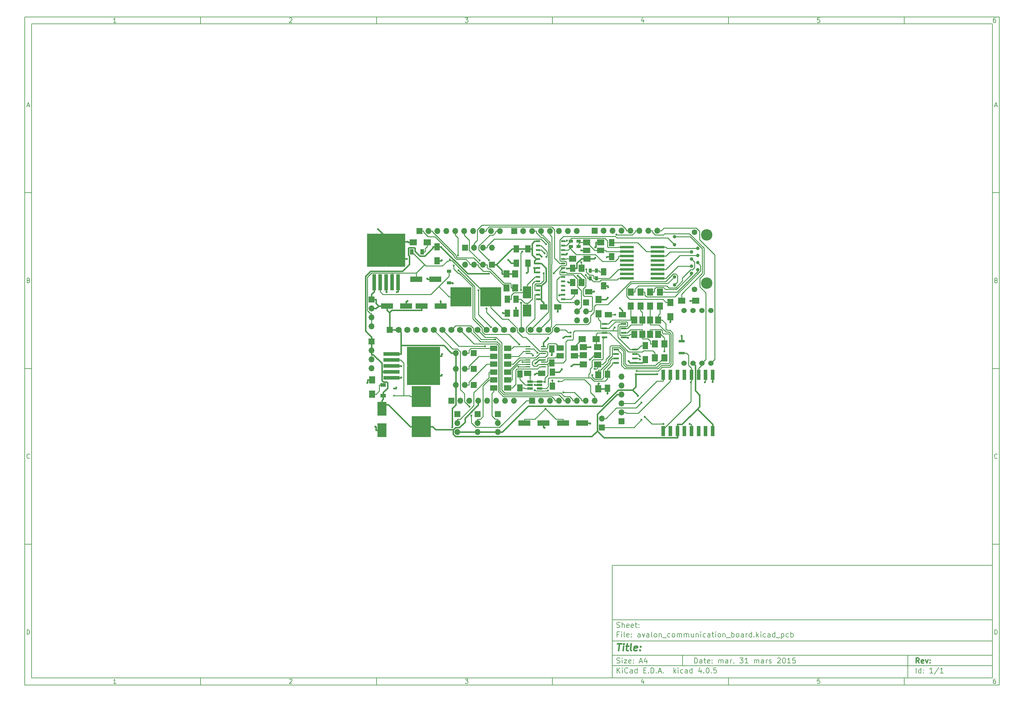
<source format=gtl>
G04 #@! TF.FileFunction,Copper,L1,Top,Signal*
%FSLAX46Y46*%
G04 Gerber Fmt 4.6, Leading zero omitted, Abs format (unit mm)*
G04 Created by KiCad (PCBNEW 4.0.5) date 03/17/18 13:35:14*
%MOMM*%
%LPD*%
G01*
G04 APERTURE LIST*
%ADD10C,0.100000*%
%ADD11C,0.150000*%
%ADD12C,0.300000*%
%ADD13C,0.400000*%
%ADD14R,3.500000X1.600000*%
%ADD15R,1.600000X2.000000*%
%ADD16R,2.000000X1.600000*%
%ADD17R,1.200000X0.900000*%
%ADD18R,1.143000X0.508000*%
%ADD19C,3.250000*%
%ADD20C,1.000000*%
%ADD21C,1.600000*%
%ADD22R,0.600000X0.600000*%
%ADD23R,2.000000X1.700000*%
%ADD24R,6.000000X5.500000*%
%ADD25R,1.700000X1.700000*%
%ADD26O,1.700000X1.700000*%
%ADD27R,1.750000X1.750000*%
%ADD28C,1.750000*%
%ADD29R,1.700000X2.000000*%
%ADD30R,0.900000X1.200000*%
%ADD31R,1.700000X0.800000*%
%ADD32R,4.000000X0.640000*%
%ADD33R,1.100000X4.600000*%
%ADD34R,10.800000X9.400000*%
%ADD35R,5.250000X4.550000*%
%ADD36R,1.000000X3.000000*%
%ADD37R,1.560000X0.650000*%
%ADD38R,1.450000X0.450000*%
%ADD39R,1.550000X0.600000*%
%ADD40R,4.600000X1.100000*%
%ADD41R,9.400000X10.800000*%
%ADD42R,4.550000X5.250000*%
%ADD43R,2.400000X3.500000*%
%ADD44R,2.500000X4.000000*%
%ADD45R,0.450000X0.600000*%
%ADD46R,5.500000X6.000000*%
%ADD47R,1.600000X1.000000*%
%ADD48R,1.000000X1.600000*%
%ADD49C,1.524000*%
%ADD50C,0.600000*%
%ADD51C,0.250000*%
G04 APERTURE END LIST*
D10*
D11*
X177002200Y-166007200D02*
X177002200Y-198007200D01*
X285002200Y-198007200D01*
X285002200Y-166007200D01*
X177002200Y-166007200D01*
D10*
D11*
X10000000Y-10000000D02*
X10000000Y-200007200D01*
X287002200Y-200007200D01*
X287002200Y-10000000D01*
X10000000Y-10000000D01*
D10*
D11*
X12000000Y-12000000D02*
X12000000Y-198007200D01*
X285002200Y-198007200D01*
X285002200Y-12000000D01*
X12000000Y-12000000D01*
D10*
D11*
X60000000Y-12000000D02*
X60000000Y-10000000D01*
D10*
D11*
X110000000Y-12000000D02*
X110000000Y-10000000D01*
D10*
D11*
X160000000Y-12000000D02*
X160000000Y-10000000D01*
D10*
D11*
X210000000Y-12000000D02*
X210000000Y-10000000D01*
D10*
D11*
X260000000Y-12000000D02*
X260000000Y-10000000D01*
D10*
D11*
X35990476Y-11588095D02*
X35247619Y-11588095D01*
X35619048Y-11588095D02*
X35619048Y-10288095D01*
X35495238Y-10473810D01*
X35371429Y-10597619D01*
X35247619Y-10659524D01*
D10*
D11*
X85247619Y-10411905D02*
X85309524Y-10350000D01*
X85433333Y-10288095D01*
X85742857Y-10288095D01*
X85866667Y-10350000D01*
X85928571Y-10411905D01*
X85990476Y-10535714D01*
X85990476Y-10659524D01*
X85928571Y-10845238D01*
X85185714Y-11588095D01*
X85990476Y-11588095D01*
D10*
D11*
X135185714Y-10288095D02*
X135990476Y-10288095D01*
X135557143Y-10783333D01*
X135742857Y-10783333D01*
X135866667Y-10845238D01*
X135928571Y-10907143D01*
X135990476Y-11030952D01*
X135990476Y-11340476D01*
X135928571Y-11464286D01*
X135866667Y-11526190D01*
X135742857Y-11588095D01*
X135371429Y-11588095D01*
X135247619Y-11526190D01*
X135185714Y-11464286D01*
D10*
D11*
X185866667Y-10721429D02*
X185866667Y-11588095D01*
X185557143Y-10226190D02*
X185247619Y-11154762D01*
X186052381Y-11154762D01*
D10*
D11*
X235928571Y-10288095D02*
X235309524Y-10288095D01*
X235247619Y-10907143D01*
X235309524Y-10845238D01*
X235433333Y-10783333D01*
X235742857Y-10783333D01*
X235866667Y-10845238D01*
X235928571Y-10907143D01*
X235990476Y-11030952D01*
X235990476Y-11340476D01*
X235928571Y-11464286D01*
X235866667Y-11526190D01*
X235742857Y-11588095D01*
X235433333Y-11588095D01*
X235309524Y-11526190D01*
X235247619Y-11464286D01*
D10*
D11*
X285866667Y-10288095D02*
X285619048Y-10288095D01*
X285495238Y-10350000D01*
X285433333Y-10411905D01*
X285309524Y-10597619D01*
X285247619Y-10845238D01*
X285247619Y-11340476D01*
X285309524Y-11464286D01*
X285371429Y-11526190D01*
X285495238Y-11588095D01*
X285742857Y-11588095D01*
X285866667Y-11526190D01*
X285928571Y-11464286D01*
X285990476Y-11340476D01*
X285990476Y-11030952D01*
X285928571Y-10907143D01*
X285866667Y-10845238D01*
X285742857Y-10783333D01*
X285495238Y-10783333D01*
X285371429Y-10845238D01*
X285309524Y-10907143D01*
X285247619Y-11030952D01*
D10*
D11*
X60000000Y-198007200D02*
X60000000Y-200007200D01*
D10*
D11*
X110000000Y-198007200D02*
X110000000Y-200007200D01*
D10*
D11*
X160000000Y-198007200D02*
X160000000Y-200007200D01*
D10*
D11*
X210000000Y-198007200D02*
X210000000Y-200007200D01*
D10*
D11*
X260000000Y-198007200D02*
X260000000Y-200007200D01*
D10*
D11*
X35990476Y-199595295D02*
X35247619Y-199595295D01*
X35619048Y-199595295D02*
X35619048Y-198295295D01*
X35495238Y-198481010D01*
X35371429Y-198604819D01*
X35247619Y-198666724D01*
D10*
D11*
X85247619Y-198419105D02*
X85309524Y-198357200D01*
X85433333Y-198295295D01*
X85742857Y-198295295D01*
X85866667Y-198357200D01*
X85928571Y-198419105D01*
X85990476Y-198542914D01*
X85990476Y-198666724D01*
X85928571Y-198852438D01*
X85185714Y-199595295D01*
X85990476Y-199595295D01*
D10*
D11*
X135185714Y-198295295D02*
X135990476Y-198295295D01*
X135557143Y-198790533D01*
X135742857Y-198790533D01*
X135866667Y-198852438D01*
X135928571Y-198914343D01*
X135990476Y-199038152D01*
X135990476Y-199347676D01*
X135928571Y-199471486D01*
X135866667Y-199533390D01*
X135742857Y-199595295D01*
X135371429Y-199595295D01*
X135247619Y-199533390D01*
X135185714Y-199471486D01*
D10*
D11*
X185866667Y-198728629D02*
X185866667Y-199595295D01*
X185557143Y-198233390D02*
X185247619Y-199161962D01*
X186052381Y-199161962D01*
D10*
D11*
X235928571Y-198295295D02*
X235309524Y-198295295D01*
X235247619Y-198914343D01*
X235309524Y-198852438D01*
X235433333Y-198790533D01*
X235742857Y-198790533D01*
X235866667Y-198852438D01*
X235928571Y-198914343D01*
X235990476Y-199038152D01*
X235990476Y-199347676D01*
X235928571Y-199471486D01*
X235866667Y-199533390D01*
X235742857Y-199595295D01*
X235433333Y-199595295D01*
X235309524Y-199533390D01*
X235247619Y-199471486D01*
D10*
D11*
X285866667Y-198295295D02*
X285619048Y-198295295D01*
X285495238Y-198357200D01*
X285433333Y-198419105D01*
X285309524Y-198604819D01*
X285247619Y-198852438D01*
X285247619Y-199347676D01*
X285309524Y-199471486D01*
X285371429Y-199533390D01*
X285495238Y-199595295D01*
X285742857Y-199595295D01*
X285866667Y-199533390D01*
X285928571Y-199471486D01*
X285990476Y-199347676D01*
X285990476Y-199038152D01*
X285928571Y-198914343D01*
X285866667Y-198852438D01*
X285742857Y-198790533D01*
X285495238Y-198790533D01*
X285371429Y-198852438D01*
X285309524Y-198914343D01*
X285247619Y-199038152D01*
D10*
D11*
X10000000Y-60000000D02*
X12000000Y-60000000D01*
D10*
D11*
X10000000Y-110000000D02*
X12000000Y-110000000D01*
D10*
D11*
X10000000Y-160000000D02*
X12000000Y-160000000D01*
D10*
D11*
X10690476Y-35216667D02*
X11309524Y-35216667D01*
X10566667Y-35588095D02*
X11000000Y-34288095D01*
X11433333Y-35588095D01*
D10*
D11*
X11092857Y-84907143D02*
X11278571Y-84969048D01*
X11340476Y-85030952D01*
X11402381Y-85154762D01*
X11402381Y-85340476D01*
X11340476Y-85464286D01*
X11278571Y-85526190D01*
X11154762Y-85588095D01*
X10659524Y-85588095D01*
X10659524Y-84288095D01*
X11092857Y-84288095D01*
X11216667Y-84350000D01*
X11278571Y-84411905D01*
X11340476Y-84535714D01*
X11340476Y-84659524D01*
X11278571Y-84783333D01*
X11216667Y-84845238D01*
X11092857Y-84907143D01*
X10659524Y-84907143D01*
D10*
D11*
X11402381Y-135464286D02*
X11340476Y-135526190D01*
X11154762Y-135588095D01*
X11030952Y-135588095D01*
X10845238Y-135526190D01*
X10721429Y-135402381D01*
X10659524Y-135278571D01*
X10597619Y-135030952D01*
X10597619Y-134845238D01*
X10659524Y-134597619D01*
X10721429Y-134473810D01*
X10845238Y-134350000D01*
X11030952Y-134288095D01*
X11154762Y-134288095D01*
X11340476Y-134350000D01*
X11402381Y-134411905D01*
D10*
D11*
X10659524Y-185588095D02*
X10659524Y-184288095D01*
X10969048Y-184288095D01*
X11154762Y-184350000D01*
X11278571Y-184473810D01*
X11340476Y-184597619D01*
X11402381Y-184845238D01*
X11402381Y-185030952D01*
X11340476Y-185278571D01*
X11278571Y-185402381D01*
X11154762Y-185526190D01*
X10969048Y-185588095D01*
X10659524Y-185588095D01*
D10*
D11*
X287002200Y-60000000D02*
X285002200Y-60000000D01*
D10*
D11*
X287002200Y-110000000D02*
X285002200Y-110000000D01*
D10*
D11*
X287002200Y-160000000D02*
X285002200Y-160000000D01*
D10*
D11*
X285692676Y-35216667D02*
X286311724Y-35216667D01*
X285568867Y-35588095D02*
X286002200Y-34288095D01*
X286435533Y-35588095D01*
D10*
D11*
X286095057Y-84907143D02*
X286280771Y-84969048D01*
X286342676Y-85030952D01*
X286404581Y-85154762D01*
X286404581Y-85340476D01*
X286342676Y-85464286D01*
X286280771Y-85526190D01*
X286156962Y-85588095D01*
X285661724Y-85588095D01*
X285661724Y-84288095D01*
X286095057Y-84288095D01*
X286218867Y-84350000D01*
X286280771Y-84411905D01*
X286342676Y-84535714D01*
X286342676Y-84659524D01*
X286280771Y-84783333D01*
X286218867Y-84845238D01*
X286095057Y-84907143D01*
X285661724Y-84907143D01*
D10*
D11*
X286404581Y-135464286D02*
X286342676Y-135526190D01*
X286156962Y-135588095D01*
X286033152Y-135588095D01*
X285847438Y-135526190D01*
X285723629Y-135402381D01*
X285661724Y-135278571D01*
X285599819Y-135030952D01*
X285599819Y-134845238D01*
X285661724Y-134597619D01*
X285723629Y-134473810D01*
X285847438Y-134350000D01*
X286033152Y-134288095D01*
X286156962Y-134288095D01*
X286342676Y-134350000D01*
X286404581Y-134411905D01*
D10*
D11*
X285661724Y-185588095D02*
X285661724Y-184288095D01*
X285971248Y-184288095D01*
X286156962Y-184350000D01*
X286280771Y-184473810D01*
X286342676Y-184597619D01*
X286404581Y-184845238D01*
X286404581Y-185030952D01*
X286342676Y-185278571D01*
X286280771Y-185402381D01*
X286156962Y-185526190D01*
X285971248Y-185588095D01*
X285661724Y-185588095D01*
D10*
D11*
X200359343Y-193785771D02*
X200359343Y-192285771D01*
X200716486Y-192285771D01*
X200930771Y-192357200D01*
X201073629Y-192500057D01*
X201145057Y-192642914D01*
X201216486Y-192928629D01*
X201216486Y-193142914D01*
X201145057Y-193428629D01*
X201073629Y-193571486D01*
X200930771Y-193714343D01*
X200716486Y-193785771D01*
X200359343Y-193785771D01*
X202502200Y-193785771D02*
X202502200Y-193000057D01*
X202430771Y-192857200D01*
X202287914Y-192785771D01*
X202002200Y-192785771D01*
X201859343Y-192857200D01*
X202502200Y-193714343D02*
X202359343Y-193785771D01*
X202002200Y-193785771D01*
X201859343Y-193714343D01*
X201787914Y-193571486D01*
X201787914Y-193428629D01*
X201859343Y-193285771D01*
X202002200Y-193214343D01*
X202359343Y-193214343D01*
X202502200Y-193142914D01*
X203002200Y-192785771D02*
X203573629Y-192785771D01*
X203216486Y-192285771D02*
X203216486Y-193571486D01*
X203287914Y-193714343D01*
X203430772Y-193785771D01*
X203573629Y-193785771D01*
X204645057Y-193714343D02*
X204502200Y-193785771D01*
X204216486Y-193785771D01*
X204073629Y-193714343D01*
X204002200Y-193571486D01*
X204002200Y-193000057D01*
X204073629Y-192857200D01*
X204216486Y-192785771D01*
X204502200Y-192785771D01*
X204645057Y-192857200D01*
X204716486Y-193000057D01*
X204716486Y-193142914D01*
X204002200Y-193285771D01*
X205359343Y-193642914D02*
X205430771Y-193714343D01*
X205359343Y-193785771D01*
X205287914Y-193714343D01*
X205359343Y-193642914D01*
X205359343Y-193785771D01*
X205359343Y-192857200D02*
X205430771Y-192928629D01*
X205359343Y-193000057D01*
X205287914Y-192928629D01*
X205359343Y-192857200D01*
X205359343Y-193000057D01*
X207216486Y-193785771D02*
X207216486Y-192785771D01*
X207216486Y-192928629D02*
X207287914Y-192857200D01*
X207430772Y-192785771D01*
X207645057Y-192785771D01*
X207787914Y-192857200D01*
X207859343Y-193000057D01*
X207859343Y-193785771D01*
X207859343Y-193000057D02*
X207930772Y-192857200D01*
X208073629Y-192785771D01*
X208287914Y-192785771D01*
X208430772Y-192857200D01*
X208502200Y-193000057D01*
X208502200Y-193785771D01*
X209859343Y-193785771D02*
X209859343Y-193000057D01*
X209787914Y-192857200D01*
X209645057Y-192785771D01*
X209359343Y-192785771D01*
X209216486Y-192857200D01*
X209859343Y-193714343D02*
X209716486Y-193785771D01*
X209359343Y-193785771D01*
X209216486Y-193714343D01*
X209145057Y-193571486D01*
X209145057Y-193428629D01*
X209216486Y-193285771D01*
X209359343Y-193214343D01*
X209716486Y-193214343D01*
X209859343Y-193142914D01*
X210573629Y-193785771D02*
X210573629Y-192785771D01*
X210573629Y-193071486D02*
X210645057Y-192928629D01*
X210716486Y-192857200D01*
X210859343Y-192785771D01*
X211002200Y-192785771D01*
X211502200Y-193642914D02*
X211573628Y-193714343D01*
X211502200Y-193785771D01*
X211430771Y-193714343D01*
X211502200Y-193642914D01*
X211502200Y-193785771D01*
X213216486Y-192285771D02*
X214145057Y-192285771D01*
X213645057Y-192857200D01*
X213859343Y-192857200D01*
X214002200Y-192928629D01*
X214073629Y-193000057D01*
X214145057Y-193142914D01*
X214145057Y-193500057D01*
X214073629Y-193642914D01*
X214002200Y-193714343D01*
X213859343Y-193785771D01*
X213430771Y-193785771D01*
X213287914Y-193714343D01*
X213216486Y-193642914D01*
X215573628Y-193785771D02*
X214716485Y-193785771D01*
X215145057Y-193785771D02*
X215145057Y-192285771D01*
X215002200Y-192500057D01*
X214859342Y-192642914D01*
X214716485Y-192714343D01*
X217359342Y-193785771D02*
X217359342Y-192785771D01*
X217359342Y-192928629D02*
X217430770Y-192857200D01*
X217573628Y-192785771D01*
X217787913Y-192785771D01*
X217930770Y-192857200D01*
X218002199Y-193000057D01*
X218002199Y-193785771D01*
X218002199Y-193000057D02*
X218073628Y-192857200D01*
X218216485Y-192785771D01*
X218430770Y-192785771D01*
X218573628Y-192857200D01*
X218645056Y-193000057D01*
X218645056Y-193785771D01*
X220002199Y-193785771D02*
X220002199Y-193000057D01*
X219930770Y-192857200D01*
X219787913Y-192785771D01*
X219502199Y-192785771D01*
X219359342Y-192857200D01*
X220002199Y-193714343D02*
X219859342Y-193785771D01*
X219502199Y-193785771D01*
X219359342Y-193714343D01*
X219287913Y-193571486D01*
X219287913Y-193428629D01*
X219359342Y-193285771D01*
X219502199Y-193214343D01*
X219859342Y-193214343D01*
X220002199Y-193142914D01*
X220716485Y-193785771D02*
X220716485Y-192785771D01*
X220716485Y-193071486D02*
X220787913Y-192928629D01*
X220859342Y-192857200D01*
X221002199Y-192785771D01*
X221145056Y-192785771D01*
X221573627Y-193714343D02*
X221716484Y-193785771D01*
X222002199Y-193785771D01*
X222145056Y-193714343D01*
X222216484Y-193571486D01*
X222216484Y-193500057D01*
X222145056Y-193357200D01*
X222002199Y-193285771D01*
X221787913Y-193285771D01*
X221645056Y-193214343D01*
X221573627Y-193071486D01*
X221573627Y-193000057D01*
X221645056Y-192857200D01*
X221787913Y-192785771D01*
X222002199Y-192785771D01*
X222145056Y-192857200D01*
X223930770Y-192428629D02*
X224002199Y-192357200D01*
X224145056Y-192285771D01*
X224502199Y-192285771D01*
X224645056Y-192357200D01*
X224716485Y-192428629D01*
X224787913Y-192571486D01*
X224787913Y-192714343D01*
X224716485Y-192928629D01*
X223859342Y-193785771D01*
X224787913Y-193785771D01*
X225716484Y-192285771D02*
X225859341Y-192285771D01*
X226002198Y-192357200D01*
X226073627Y-192428629D01*
X226145056Y-192571486D01*
X226216484Y-192857200D01*
X226216484Y-193214343D01*
X226145056Y-193500057D01*
X226073627Y-193642914D01*
X226002198Y-193714343D01*
X225859341Y-193785771D01*
X225716484Y-193785771D01*
X225573627Y-193714343D01*
X225502198Y-193642914D01*
X225430770Y-193500057D01*
X225359341Y-193214343D01*
X225359341Y-192857200D01*
X225430770Y-192571486D01*
X225502198Y-192428629D01*
X225573627Y-192357200D01*
X225716484Y-192285771D01*
X227645055Y-193785771D02*
X226787912Y-193785771D01*
X227216484Y-193785771D02*
X227216484Y-192285771D01*
X227073627Y-192500057D01*
X226930769Y-192642914D01*
X226787912Y-192714343D01*
X229002198Y-192285771D02*
X228287912Y-192285771D01*
X228216483Y-193000057D01*
X228287912Y-192928629D01*
X228430769Y-192857200D01*
X228787912Y-192857200D01*
X228930769Y-192928629D01*
X229002198Y-193000057D01*
X229073626Y-193142914D01*
X229073626Y-193500057D01*
X229002198Y-193642914D01*
X228930769Y-193714343D01*
X228787912Y-193785771D01*
X228430769Y-193785771D01*
X228287912Y-193714343D01*
X228216483Y-193642914D01*
D10*
D11*
X177002200Y-194507200D02*
X285002200Y-194507200D01*
D10*
D11*
X178359343Y-196585771D02*
X178359343Y-195085771D01*
X179216486Y-196585771D02*
X178573629Y-195728629D01*
X179216486Y-195085771D02*
X178359343Y-195942914D01*
X179859343Y-196585771D02*
X179859343Y-195585771D01*
X179859343Y-195085771D02*
X179787914Y-195157200D01*
X179859343Y-195228629D01*
X179930771Y-195157200D01*
X179859343Y-195085771D01*
X179859343Y-195228629D01*
X181430772Y-196442914D02*
X181359343Y-196514343D01*
X181145057Y-196585771D01*
X181002200Y-196585771D01*
X180787915Y-196514343D01*
X180645057Y-196371486D01*
X180573629Y-196228629D01*
X180502200Y-195942914D01*
X180502200Y-195728629D01*
X180573629Y-195442914D01*
X180645057Y-195300057D01*
X180787915Y-195157200D01*
X181002200Y-195085771D01*
X181145057Y-195085771D01*
X181359343Y-195157200D01*
X181430772Y-195228629D01*
X182716486Y-196585771D02*
X182716486Y-195800057D01*
X182645057Y-195657200D01*
X182502200Y-195585771D01*
X182216486Y-195585771D01*
X182073629Y-195657200D01*
X182716486Y-196514343D02*
X182573629Y-196585771D01*
X182216486Y-196585771D01*
X182073629Y-196514343D01*
X182002200Y-196371486D01*
X182002200Y-196228629D01*
X182073629Y-196085771D01*
X182216486Y-196014343D01*
X182573629Y-196014343D01*
X182716486Y-195942914D01*
X184073629Y-196585771D02*
X184073629Y-195085771D01*
X184073629Y-196514343D02*
X183930772Y-196585771D01*
X183645058Y-196585771D01*
X183502200Y-196514343D01*
X183430772Y-196442914D01*
X183359343Y-196300057D01*
X183359343Y-195871486D01*
X183430772Y-195728629D01*
X183502200Y-195657200D01*
X183645058Y-195585771D01*
X183930772Y-195585771D01*
X184073629Y-195657200D01*
X185930772Y-195800057D02*
X186430772Y-195800057D01*
X186645058Y-196585771D02*
X185930772Y-196585771D01*
X185930772Y-195085771D01*
X186645058Y-195085771D01*
X187287915Y-196442914D02*
X187359343Y-196514343D01*
X187287915Y-196585771D01*
X187216486Y-196514343D01*
X187287915Y-196442914D01*
X187287915Y-196585771D01*
X188002201Y-196585771D02*
X188002201Y-195085771D01*
X188359344Y-195085771D01*
X188573629Y-195157200D01*
X188716487Y-195300057D01*
X188787915Y-195442914D01*
X188859344Y-195728629D01*
X188859344Y-195942914D01*
X188787915Y-196228629D01*
X188716487Y-196371486D01*
X188573629Y-196514343D01*
X188359344Y-196585771D01*
X188002201Y-196585771D01*
X189502201Y-196442914D02*
X189573629Y-196514343D01*
X189502201Y-196585771D01*
X189430772Y-196514343D01*
X189502201Y-196442914D01*
X189502201Y-196585771D01*
X190145058Y-196157200D02*
X190859344Y-196157200D01*
X190002201Y-196585771D02*
X190502201Y-195085771D01*
X191002201Y-196585771D01*
X191502201Y-196442914D02*
X191573629Y-196514343D01*
X191502201Y-196585771D01*
X191430772Y-196514343D01*
X191502201Y-196442914D01*
X191502201Y-196585771D01*
X194502201Y-196585771D02*
X194502201Y-195085771D01*
X194645058Y-196014343D02*
X195073629Y-196585771D01*
X195073629Y-195585771D02*
X194502201Y-196157200D01*
X195716487Y-196585771D02*
X195716487Y-195585771D01*
X195716487Y-195085771D02*
X195645058Y-195157200D01*
X195716487Y-195228629D01*
X195787915Y-195157200D01*
X195716487Y-195085771D01*
X195716487Y-195228629D01*
X197073630Y-196514343D02*
X196930773Y-196585771D01*
X196645059Y-196585771D01*
X196502201Y-196514343D01*
X196430773Y-196442914D01*
X196359344Y-196300057D01*
X196359344Y-195871486D01*
X196430773Y-195728629D01*
X196502201Y-195657200D01*
X196645059Y-195585771D01*
X196930773Y-195585771D01*
X197073630Y-195657200D01*
X198359344Y-196585771D02*
X198359344Y-195800057D01*
X198287915Y-195657200D01*
X198145058Y-195585771D01*
X197859344Y-195585771D01*
X197716487Y-195657200D01*
X198359344Y-196514343D02*
X198216487Y-196585771D01*
X197859344Y-196585771D01*
X197716487Y-196514343D01*
X197645058Y-196371486D01*
X197645058Y-196228629D01*
X197716487Y-196085771D01*
X197859344Y-196014343D01*
X198216487Y-196014343D01*
X198359344Y-195942914D01*
X199716487Y-196585771D02*
X199716487Y-195085771D01*
X199716487Y-196514343D02*
X199573630Y-196585771D01*
X199287916Y-196585771D01*
X199145058Y-196514343D01*
X199073630Y-196442914D01*
X199002201Y-196300057D01*
X199002201Y-195871486D01*
X199073630Y-195728629D01*
X199145058Y-195657200D01*
X199287916Y-195585771D01*
X199573630Y-195585771D01*
X199716487Y-195657200D01*
X202216487Y-195585771D02*
X202216487Y-196585771D01*
X201859344Y-195014343D02*
X201502201Y-196085771D01*
X202430773Y-196085771D01*
X203002201Y-196442914D02*
X203073629Y-196514343D01*
X203002201Y-196585771D01*
X202930772Y-196514343D01*
X203002201Y-196442914D01*
X203002201Y-196585771D01*
X204002201Y-195085771D02*
X204145058Y-195085771D01*
X204287915Y-195157200D01*
X204359344Y-195228629D01*
X204430773Y-195371486D01*
X204502201Y-195657200D01*
X204502201Y-196014343D01*
X204430773Y-196300057D01*
X204359344Y-196442914D01*
X204287915Y-196514343D01*
X204145058Y-196585771D01*
X204002201Y-196585771D01*
X203859344Y-196514343D01*
X203787915Y-196442914D01*
X203716487Y-196300057D01*
X203645058Y-196014343D01*
X203645058Y-195657200D01*
X203716487Y-195371486D01*
X203787915Y-195228629D01*
X203859344Y-195157200D01*
X204002201Y-195085771D01*
X205145058Y-196442914D02*
X205216486Y-196514343D01*
X205145058Y-196585771D01*
X205073629Y-196514343D01*
X205145058Y-196442914D01*
X205145058Y-196585771D01*
X206573630Y-195085771D02*
X205859344Y-195085771D01*
X205787915Y-195800057D01*
X205859344Y-195728629D01*
X206002201Y-195657200D01*
X206359344Y-195657200D01*
X206502201Y-195728629D01*
X206573630Y-195800057D01*
X206645058Y-195942914D01*
X206645058Y-196300057D01*
X206573630Y-196442914D01*
X206502201Y-196514343D01*
X206359344Y-196585771D01*
X206002201Y-196585771D01*
X205859344Y-196514343D01*
X205787915Y-196442914D01*
D10*
D11*
X177002200Y-191507200D02*
X285002200Y-191507200D01*
D10*
D12*
X264216486Y-193785771D02*
X263716486Y-193071486D01*
X263359343Y-193785771D02*
X263359343Y-192285771D01*
X263930771Y-192285771D01*
X264073629Y-192357200D01*
X264145057Y-192428629D01*
X264216486Y-192571486D01*
X264216486Y-192785771D01*
X264145057Y-192928629D01*
X264073629Y-193000057D01*
X263930771Y-193071486D01*
X263359343Y-193071486D01*
X265430771Y-193714343D02*
X265287914Y-193785771D01*
X265002200Y-193785771D01*
X264859343Y-193714343D01*
X264787914Y-193571486D01*
X264787914Y-193000057D01*
X264859343Y-192857200D01*
X265002200Y-192785771D01*
X265287914Y-192785771D01*
X265430771Y-192857200D01*
X265502200Y-193000057D01*
X265502200Y-193142914D01*
X264787914Y-193285771D01*
X266002200Y-192785771D02*
X266359343Y-193785771D01*
X266716485Y-192785771D01*
X267287914Y-193642914D02*
X267359342Y-193714343D01*
X267287914Y-193785771D01*
X267216485Y-193714343D01*
X267287914Y-193642914D01*
X267287914Y-193785771D01*
X267287914Y-192857200D02*
X267359342Y-192928629D01*
X267287914Y-193000057D01*
X267216485Y-192928629D01*
X267287914Y-192857200D01*
X267287914Y-193000057D01*
D10*
D11*
X178287914Y-193714343D02*
X178502200Y-193785771D01*
X178859343Y-193785771D01*
X179002200Y-193714343D01*
X179073629Y-193642914D01*
X179145057Y-193500057D01*
X179145057Y-193357200D01*
X179073629Y-193214343D01*
X179002200Y-193142914D01*
X178859343Y-193071486D01*
X178573629Y-193000057D01*
X178430771Y-192928629D01*
X178359343Y-192857200D01*
X178287914Y-192714343D01*
X178287914Y-192571486D01*
X178359343Y-192428629D01*
X178430771Y-192357200D01*
X178573629Y-192285771D01*
X178930771Y-192285771D01*
X179145057Y-192357200D01*
X179787914Y-193785771D02*
X179787914Y-192785771D01*
X179787914Y-192285771D02*
X179716485Y-192357200D01*
X179787914Y-192428629D01*
X179859342Y-192357200D01*
X179787914Y-192285771D01*
X179787914Y-192428629D01*
X180359343Y-192785771D02*
X181145057Y-192785771D01*
X180359343Y-193785771D01*
X181145057Y-193785771D01*
X182287914Y-193714343D02*
X182145057Y-193785771D01*
X181859343Y-193785771D01*
X181716486Y-193714343D01*
X181645057Y-193571486D01*
X181645057Y-193000057D01*
X181716486Y-192857200D01*
X181859343Y-192785771D01*
X182145057Y-192785771D01*
X182287914Y-192857200D01*
X182359343Y-193000057D01*
X182359343Y-193142914D01*
X181645057Y-193285771D01*
X183002200Y-193642914D02*
X183073628Y-193714343D01*
X183002200Y-193785771D01*
X182930771Y-193714343D01*
X183002200Y-193642914D01*
X183002200Y-193785771D01*
X183002200Y-192857200D02*
X183073628Y-192928629D01*
X183002200Y-193000057D01*
X182930771Y-192928629D01*
X183002200Y-192857200D01*
X183002200Y-193000057D01*
X184787914Y-193357200D02*
X185502200Y-193357200D01*
X184645057Y-193785771D02*
X185145057Y-192285771D01*
X185645057Y-193785771D01*
X186787914Y-192785771D02*
X186787914Y-193785771D01*
X186430771Y-192214343D02*
X186073628Y-193285771D01*
X187002200Y-193285771D01*
D10*
D11*
X263359343Y-196585771D02*
X263359343Y-195085771D01*
X264716486Y-196585771D02*
X264716486Y-195085771D01*
X264716486Y-196514343D02*
X264573629Y-196585771D01*
X264287915Y-196585771D01*
X264145057Y-196514343D01*
X264073629Y-196442914D01*
X264002200Y-196300057D01*
X264002200Y-195871486D01*
X264073629Y-195728629D01*
X264145057Y-195657200D01*
X264287915Y-195585771D01*
X264573629Y-195585771D01*
X264716486Y-195657200D01*
X265430772Y-196442914D02*
X265502200Y-196514343D01*
X265430772Y-196585771D01*
X265359343Y-196514343D01*
X265430772Y-196442914D01*
X265430772Y-196585771D01*
X265430772Y-195657200D02*
X265502200Y-195728629D01*
X265430772Y-195800057D01*
X265359343Y-195728629D01*
X265430772Y-195657200D01*
X265430772Y-195800057D01*
X268073629Y-196585771D02*
X267216486Y-196585771D01*
X267645058Y-196585771D02*
X267645058Y-195085771D01*
X267502201Y-195300057D01*
X267359343Y-195442914D01*
X267216486Y-195514343D01*
X269787914Y-195014343D02*
X268502200Y-196942914D01*
X271073629Y-196585771D02*
X270216486Y-196585771D01*
X270645058Y-196585771D02*
X270645058Y-195085771D01*
X270502201Y-195300057D01*
X270359343Y-195442914D01*
X270216486Y-195514343D01*
D10*
D11*
X177002200Y-187507200D02*
X285002200Y-187507200D01*
D10*
D13*
X178454581Y-188211962D02*
X179597438Y-188211962D01*
X178776010Y-190211962D02*
X179026010Y-188211962D01*
X180014105Y-190211962D02*
X180180771Y-188878629D01*
X180264105Y-188211962D02*
X180156962Y-188307200D01*
X180240295Y-188402438D01*
X180347439Y-188307200D01*
X180264105Y-188211962D01*
X180240295Y-188402438D01*
X180847438Y-188878629D02*
X181609343Y-188878629D01*
X181216486Y-188211962D02*
X181002200Y-189926248D01*
X181073630Y-190116724D01*
X181252201Y-190211962D01*
X181442677Y-190211962D01*
X182395058Y-190211962D02*
X182216487Y-190116724D01*
X182145057Y-189926248D01*
X182359343Y-188211962D01*
X183930772Y-190116724D02*
X183728391Y-190211962D01*
X183347439Y-190211962D01*
X183168867Y-190116724D01*
X183097438Y-189926248D01*
X183192676Y-189164343D01*
X183311724Y-188973867D01*
X183514105Y-188878629D01*
X183895057Y-188878629D01*
X184073629Y-188973867D01*
X184145057Y-189164343D01*
X184121248Y-189354819D01*
X183145057Y-189545295D01*
X184895057Y-190021486D02*
X184978392Y-190116724D01*
X184871248Y-190211962D01*
X184787915Y-190116724D01*
X184895057Y-190021486D01*
X184871248Y-190211962D01*
X185026010Y-188973867D02*
X185109344Y-189069105D01*
X185002200Y-189164343D01*
X184918867Y-189069105D01*
X185026010Y-188973867D01*
X185002200Y-189164343D01*
D10*
D11*
X178859343Y-185600057D02*
X178359343Y-185600057D01*
X178359343Y-186385771D02*
X178359343Y-184885771D01*
X179073629Y-184885771D01*
X179645057Y-186385771D02*
X179645057Y-185385771D01*
X179645057Y-184885771D02*
X179573628Y-184957200D01*
X179645057Y-185028629D01*
X179716485Y-184957200D01*
X179645057Y-184885771D01*
X179645057Y-185028629D01*
X180573629Y-186385771D02*
X180430771Y-186314343D01*
X180359343Y-186171486D01*
X180359343Y-184885771D01*
X181716485Y-186314343D02*
X181573628Y-186385771D01*
X181287914Y-186385771D01*
X181145057Y-186314343D01*
X181073628Y-186171486D01*
X181073628Y-185600057D01*
X181145057Y-185457200D01*
X181287914Y-185385771D01*
X181573628Y-185385771D01*
X181716485Y-185457200D01*
X181787914Y-185600057D01*
X181787914Y-185742914D01*
X181073628Y-185885771D01*
X182430771Y-186242914D02*
X182502199Y-186314343D01*
X182430771Y-186385771D01*
X182359342Y-186314343D01*
X182430771Y-186242914D01*
X182430771Y-186385771D01*
X182430771Y-185457200D02*
X182502199Y-185528629D01*
X182430771Y-185600057D01*
X182359342Y-185528629D01*
X182430771Y-185457200D01*
X182430771Y-185600057D01*
X184930771Y-186385771D02*
X184930771Y-185600057D01*
X184859342Y-185457200D01*
X184716485Y-185385771D01*
X184430771Y-185385771D01*
X184287914Y-185457200D01*
X184930771Y-186314343D02*
X184787914Y-186385771D01*
X184430771Y-186385771D01*
X184287914Y-186314343D01*
X184216485Y-186171486D01*
X184216485Y-186028629D01*
X184287914Y-185885771D01*
X184430771Y-185814343D01*
X184787914Y-185814343D01*
X184930771Y-185742914D01*
X185502200Y-185385771D02*
X185859343Y-186385771D01*
X186216485Y-185385771D01*
X187430771Y-186385771D02*
X187430771Y-185600057D01*
X187359342Y-185457200D01*
X187216485Y-185385771D01*
X186930771Y-185385771D01*
X186787914Y-185457200D01*
X187430771Y-186314343D02*
X187287914Y-186385771D01*
X186930771Y-186385771D01*
X186787914Y-186314343D01*
X186716485Y-186171486D01*
X186716485Y-186028629D01*
X186787914Y-185885771D01*
X186930771Y-185814343D01*
X187287914Y-185814343D01*
X187430771Y-185742914D01*
X188359343Y-186385771D02*
X188216485Y-186314343D01*
X188145057Y-186171486D01*
X188145057Y-184885771D01*
X189145057Y-186385771D02*
X189002199Y-186314343D01*
X188930771Y-186242914D01*
X188859342Y-186100057D01*
X188859342Y-185671486D01*
X188930771Y-185528629D01*
X189002199Y-185457200D01*
X189145057Y-185385771D01*
X189359342Y-185385771D01*
X189502199Y-185457200D01*
X189573628Y-185528629D01*
X189645057Y-185671486D01*
X189645057Y-186100057D01*
X189573628Y-186242914D01*
X189502199Y-186314343D01*
X189359342Y-186385771D01*
X189145057Y-186385771D01*
X190287914Y-185385771D02*
X190287914Y-186385771D01*
X190287914Y-185528629D02*
X190359342Y-185457200D01*
X190502200Y-185385771D01*
X190716485Y-185385771D01*
X190859342Y-185457200D01*
X190930771Y-185600057D01*
X190930771Y-186385771D01*
X191287914Y-186528629D02*
X192430771Y-186528629D01*
X193430771Y-186314343D02*
X193287914Y-186385771D01*
X193002200Y-186385771D01*
X192859342Y-186314343D01*
X192787914Y-186242914D01*
X192716485Y-186100057D01*
X192716485Y-185671486D01*
X192787914Y-185528629D01*
X192859342Y-185457200D01*
X193002200Y-185385771D01*
X193287914Y-185385771D01*
X193430771Y-185457200D01*
X194287914Y-186385771D02*
X194145056Y-186314343D01*
X194073628Y-186242914D01*
X194002199Y-186100057D01*
X194002199Y-185671486D01*
X194073628Y-185528629D01*
X194145056Y-185457200D01*
X194287914Y-185385771D01*
X194502199Y-185385771D01*
X194645056Y-185457200D01*
X194716485Y-185528629D01*
X194787914Y-185671486D01*
X194787914Y-186100057D01*
X194716485Y-186242914D01*
X194645056Y-186314343D01*
X194502199Y-186385771D01*
X194287914Y-186385771D01*
X195430771Y-186385771D02*
X195430771Y-185385771D01*
X195430771Y-185528629D02*
X195502199Y-185457200D01*
X195645057Y-185385771D01*
X195859342Y-185385771D01*
X196002199Y-185457200D01*
X196073628Y-185600057D01*
X196073628Y-186385771D01*
X196073628Y-185600057D02*
X196145057Y-185457200D01*
X196287914Y-185385771D01*
X196502199Y-185385771D01*
X196645057Y-185457200D01*
X196716485Y-185600057D01*
X196716485Y-186385771D01*
X197430771Y-186385771D02*
X197430771Y-185385771D01*
X197430771Y-185528629D02*
X197502199Y-185457200D01*
X197645057Y-185385771D01*
X197859342Y-185385771D01*
X198002199Y-185457200D01*
X198073628Y-185600057D01*
X198073628Y-186385771D01*
X198073628Y-185600057D02*
X198145057Y-185457200D01*
X198287914Y-185385771D01*
X198502199Y-185385771D01*
X198645057Y-185457200D01*
X198716485Y-185600057D01*
X198716485Y-186385771D01*
X200073628Y-185385771D02*
X200073628Y-186385771D01*
X199430771Y-185385771D02*
X199430771Y-186171486D01*
X199502199Y-186314343D01*
X199645057Y-186385771D01*
X199859342Y-186385771D01*
X200002199Y-186314343D01*
X200073628Y-186242914D01*
X200787914Y-185385771D02*
X200787914Y-186385771D01*
X200787914Y-185528629D02*
X200859342Y-185457200D01*
X201002200Y-185385771D01*
X201216485Y-185385771D01*
X201359342Y-185457200D01*
X201430771Y-185600057D01*
X201430771Y-186385771D01*
X202145057Y-186385771D02*
X202145057Y-185385771D01*
X202145057Y-184885771D02*
X202073628Y-184957200D01*
X202145057Y-185028629D01*
X202216485Y-184957200D01*
X202145057Y-184885771D01*
X202145057Y-185028629D01*
X203502200Y-186314343D02*
X203359343Y-186385771D01*
X203073629Y-186385771D01*
X202930771Y-186314343D01*
X202859343Y-186242914D01*
X202787914Y-186100057D01*
X202787914Y-185671486D01*
X202859343Y-185528629D01*
X202930771Y-185457200D01*
X203073629Y-185385771D01*
X203359343Y-185385771D01*
X203502200Y-185457200D01*
X204787914Y-186385771D02*
X204787914Y-185600057D01*
X204716485Y-185457200D01*
X204573628Y-185385771D01*
X204287914Y-185385771D01*
X204145057Y-185457200D01*
X204787914Y-186314343D02*
X204645057Y-186385771D01*
X204287914Y-186385771D01*
X204145057Y-186314343D01*
X204073628Y-186171486D01*
X204073628Y-186028629D01*
X204145057Y-185885771D01*
X204287914Y-185814343D01*
X204645057Y-185814343D01*
X204787914Y-185742914D01*
X205287914Y-185385771D02*
X205859343Y-185385771D01*
X205502200Y-184885771D02*
X205502200Y-186171486D01*
X205573628Y-186314343D01*
X205716486Y-186385771D01*
X205859343Y-186385771D01*
X206359343Y-186385771D02*
X206359343Y-185385771D01*
X206359343Y-184885771D02*
X206287914Y-184957200D01*
X206359343Y-185028629D01*
X206430771Y-184957200D01*
X206359343Y-184885771D01*
X206359343Y-185028629D01*
X207287915Y-186385771D02*
X207145057Y-186314343D01*
X207073629Y-186242914D01*
X207002200Y-186100057D01*
X207002200Y-185671486D01*
X207073629Y-185528629D01*
X207145057Y-185457200D01*
X207287915Y-185385771D01*
X207502200Y-185385771D01*
X207645057Y-185457200D01*
X207716486Y-185528629D01*
X207787915Y-185671486D01*
X207787915Y-186100057D01*
X207716486Y-186242914D01*
X207645057Y-186314343D01*
X207502200Y-186385771D01*
X207287915Y-186385771D01*
X208430772Y-185385771D02*
X208430772Y-186385771D01*
X208430772Y-185528629D02*
X208502200Y-185457200D01*
X208645058Y-185385771D01*
X208859343Y-185385771D01*
X209002200Y-185457200D01*
X209073629Y-185600057D01*
X209073629Y-186385771D01*
X209430772Y-186528629D02*
X210573629Y-186528629D01*
X210930772Y-186385771D02*
X210930772Y-184885771D01*
X210930772Y-185457200D02*
X211073629Y-185385771D01*
X211359343Y-185385771D01*
X211502200Y-185457200D01*
X211573629Y-185528629D01*
X211645058Y-185671486D01*
X211645058Y-186100057D01*
X211573629Y-186242914D01*
X211502200Y-186314343D01*
X211359343Y-186385771D01*
X211073629Y-186385771D01*
X210930772Y-186314343D01*
X212502201Y-186385771D02*
X212359343Y-186314343D01*
X212287915Y-186242914D01*
X212216486Y-186100057D01*
X212216486Y-185671486D01*
X212287915Y-185528629D01*
X212359343Y-185457200D01*
X212502201Y-185385771D01*
X212716486Y-185385771D01*
X212859343Y-185457200D01*
X212930772Y-185528629D01*
X213002201Y-185671486D01*
X213002201Y-186100057D01*
X212930772Y-186242914D01*
X212859343Y-186314343D01*
X212716486Y-186385771D01*
X212502201Y-186385771D01*
X214287915Y-186385771D02*
X214287915Y-185600057D01*
X214216486Y-185457200D01*
X214073629Y-185385771D01*
X213787915Y-185385771D01*
X213645058Y-185457200D01*
X214287915Y-186314343D02*
X214145058Y-186385771D01*
X213787915Y-186385771D01*
X213645058Y-186314343D01*
X213573629Y-186171486D01*
X213573629Y-186028629D01*
X213645058Y-185885771D01*
X213787915Y-185814343D01*
X214145058Y-185814343D01*
X214287915Y-185742914D01*
X215002201Y-186385771D02*
X215002201Y-185385771D01*
X215002201Y-185671486D02*
X215073629Y-185528629D01*
X215145058Y-185457200D01*
X215287915Y-185385771D01*
X215430772Y-185385771D01*
X216573629Y-186385771D02*
X216573629Y-184885771D01*
X216573629Y-186314343D02*
X216430772Y-186385771D01*
X216145058Y-186385771D01*
X216002200Y-186314343D01*
X215930772Y-186242914D01*
X215859343Y-186100057D01*
X215859343Y-185671486D01*
X215930772Y-185528629D01*
X216002200Y-185457200D01*
X216145058Y-185385771D01*
X216430772Y-185385771D01*
X216573629Y-185457200D01*
X217287915Y-186242914D02*
X217359343Y-186314343D01*
X217287915Y-186385771D01*
X217216486Y-186314343D01*
X217287915Y-186242914D01*
X217287915Y-186385771D01*
X218002201Y-186385771D02*
X218002201Y-184885771D01*
X218145058Y-185814343D02*
X218573629Y-186385771D01*
X218573629Y-185385771D02*
X218002201Y-185957200D01*
X219216487Y-186385771D02*
X219216487Y-185385771D01*
X219216487Y-184885771D02*
X219145058Y-184957200D01*
X219216487Y-185028629D01*
X219287915Y-184957200D01*
X219216487Y-184885771D01*
X219216487Y-185028629D01*
X220573630Y-186314343D02*
X220430773Y-186385771D01*
X220145059Y-186385771D01*
X220002201Y-186314343D01*
X219930773Y-186242914D01*
X219859344Y-186100057D01*
X219859344Y-185671486D01*
X219930773Y-185528629D01*
X220002201Y-185457200D01*
X220145059Y-185385771D01*
X220430773Y-185385771D01*
X220573630Y-185457200D01*
X221859344Y-186385771D02*
X221859344Y-185600057D01*
X221787915Y-185457200D01*
X221645058Y-185385771D01*
X221359344Y-185385771D01*
X221216487Y-185457200D01*
X221859344Y-186314343D02*
X221716487Y-186385771D01*
X221359344Y-186385771D01*
X221216487Y-186314343D01*
X221145058Y-186171486D01*
X221145058Y-186028629D01*
X221216487Y-185885771D01*
X221359344Y-185814343D01*
X221716487Y-185814343D01*
X221859344Y-185742914D01*
X223216487Y-186385771D02*
X223216487Y-184885771D01*
X223216487Y-186314343D02*
X223073630Y-186385771D01*
X222787916Y-186385771D01*
X222645058Y-186314343D01*
X222573630Y-186242914D01*
X222502201Y-186100057D01*
X222502201Y-185671486D01*
X222573630Y-185528629D01*
X222645058Y-185457200D01*
X222787916Y-185385771D01*
X223073630Y-185385771D01*
X223216487Y-185457200D01*
X223573630Y-186528629D02*
X224716487Y-186528629D01*
X225073630Y-185385771D02*
X225073630Y-186885771D01*
X225073630Y-185457200D02*
X225216487Y-185385771D01*
X225502201Y-185385771D01*
X225645058Y-185457200D01*
X225716487Y-185528629D01*
X225787916Y-185671486D01*
X225787916Y-186100057D01*
X225716487Y-186242914D01*
X225645058Y-186314343D01*
X225502201Y-186385771D01*
X225216487Y-186385771D01*
X225073630Y-186314343D01*
X227073630Y-186314343D02*
X226930773Y-186385771D01*
X226645059Y-186385771D01*
X226502201Y-186314343D01*
X226430773Y-186242914D01*
X226359344Y-186100057D01*
X226359344Y-185671486D01*
X226430773Y-185528629D01*
X226502201Y-185457200D01*
X226645059Y-185385771D01*
X226930773Y-185385771D01*
X227073630Y-185457200D01*
X227716487Y-186385771D02*
X227716487Y-184885771D01*
X227716487Y-185457200D02*
X227859344Y-185385771D01*
X228145058Y-185385771D01*
X228287915Y-185457200D01*
X228359344Y-185528629D01*
X228430773Y-185671486D01*
X228430773Y-186100057D01*
X228359344Y-186242914D01*
X228287915Y-186314343D01*
X228145058Y-186385771D01*
X227859344Y-186385771D01*
X227716487Y-186314343D01*
D10*
D11*
X177002200Y-181507200D02*
X285002200Y-181507200D01*
D10*
D11*
X178287914Y-183614343D02*
X178502200Y-183685771D01*
X178859343Y-183685771D01*
X179002200Y-183614343D01*
X179073629Y-183542914D01*
X179145057Y-183400057D01*
X179145057Y-183257200D01*
X179073629Y-183114343D01*
X179002200Y-183042914D01*
X178859343Y-182971486D01*
X178573629Y-182900057D01*
X178430771Y-182828629D01*
X178359343Y-182757200D01*
X178287914Y-182614343D01*
X178287914Y-182471486D01*
X178359343Y-182328629D01*
X178430771Y-182257200D01*
X178573629Y-182185771D01*
X178930771Y-182185771D01*
X179145057Y-182257200D01*
X179787914Y-183685771D02*
X179787914Y-182185771D01*
X180430771Y-183685771D02*
X180430771Y-182900057D01*
X180359342Y-182757200D01*
X180216485Y-182685771D01*
X180002200Y-182685771D01*
X179859342Y-182757200D01*
X179787914Y-182828629D01*
X181716485Y-183614343D02*
X181573628Y-183685771D01*
X181287914Y-183685771D01*
X181145057Y-183614343D01*
X181073628Y-183471486D01*
X181073628Y-182900057D01*
X181145057Y-182757200D01*
X181287914Y-182685771D01*
X181573628Y-182685771D01*
X181716485Y-182757200D01*
X181787914Y-182900057D01*
X181787914Y-183042914D01*
X181073628Y-183185771D01*
X183002199Y-183614343D02*
X182859342Y-183685771D01*
X182573628Y-183685771D01*
X182430771Y-183614343D01*
X182359342Y-183471486D01*
X182359342Y-182900057D01*
X182430771Y-182757200D01*
X182573628Y-182685771D01*
X182859342Y-182685771D01*
X183002199Y-182757200D01*
X183073628Y-182900057D01*
X183073628Y-183042914D01*
X182359342Y-183185771D01*
X183502199Y-182685771D02*
X184073628Y-182685771D01*
X183716485Y-182185771D02*
X183716485Y-183471486D01*
X183787913Y-183614343D01*
X183930771Y-183685771D01*
X184073628Y-183685771D01*
X184573628Y-183542914D02*
X184645056Y-183614343D01*
X184573628Y-183685771D01*
X184502199Y-183614343D01*
X184573628Y-183542914D01*
X184573628Y-183685771D01*
X184573628Y-182757200D02*
X184645056Y-182828629D01*
X184573628Y-182900057D01*
X184502199Y-182828629D01*
X184573628Y-182757200D01*
X184573628Y-182900057D01*
D10*
D11*
X197002200Y-191507200D02*
X197002200Y-194507200D01*
D10*
D11*
X261002200Y-191507200D02*
X261002200Y-198007200D01*
D14*
X113000000Y-92200000D03*
X118400000Y-92200000D03*
D15*
X147200000Y-90300000D03*
X147200000Y-94300000D03*
X149600000Y-90300000D03*
X149600000Y-94300000D03*
X153000000Y-76000000D03*
X153000000Y-80000000D03*
D16*
X166275000Y-88175000D03*
X170275000Y-88175000D03*
D15*
X174500000Y-82500000D03*
X174500000Y-86500000D03*
D16*
X173700000Y-76400000D03*
X169700000Y-76400000D03*
D15*
X176800000Y-74200000D03*
X176800000Y-78200000D03*
X165750000Y-81500000D03*
X165750000Y-85500000D03*
X149750000Y-76000000D03*
X149750000Y-80000000D03*
D16*
X157500000Y-92500000D03*
X161500000Y-92500000D03*
D15*
X127200000Y-75400000D03*
X127200000Y-79400000D03*
D14*
X122800000Y-92200000D03*
X128200000Y-92200000D03*
X121300000Y-84600000D03*
X126700000Y-84600000D03*
D15*
X186400000Y-103500000D03*
X186400000Y-107500000D03*
D16*
X147250000Y-113250000D03*
X143250000Y-113250000D03*
X147250000Y-104250000D03*
X143250000Y-104250000D03*
X143250000Y-108750000D03*
X147250000Y-108750000D03*
X143250000Y-111000000D03*
X147250000Y-111000000D03*
X147250000Y-115500000D03*
X143250000Y-115500000D03*
X147250000Y-106500000D03*
X143250000Y-106500000D03*
D15*
X175600000Y-111600000D03*
X175600000Y-115600000D03*
X150750000Y-115500000D03*
X150750000Y-111500000D03*
X160000000Y-115000000D03*
X160000000Y-111000000D03*
D14*
X163050000Y-125500000D03*
X168450000Y-125500000D03*
D16*
X152900000Y-111400000D03*
X156900000Y-111400000D03*
D14*
X152050000Y-125500000D03*
X157450000Y-125500000D03*
D16*
X175900000Y-94700000D03*
X179900000Y-94700000D03*
D15*
X159800000Y-108400000D03*
X159800000Y-104400000D03*
D17*
X130600000Y-82350000D03*
X130600000Y-85650000D03*
D18*
X163006000Y-90305000D03*
X163006000Y-89035000D03*
X163006000Y-87765000D03*
X163006000Y-86495000D03*
X163006000Y-85225000D03*
X163006000Y-83955000D03*
X163006000Y-82685000D03*
X163006000Y-81415000D03*
X163006000Y-80145000D03*
X163006000Y-78875000D03*
X163006000Y-77605000D03*
X163006000Y-76335000D03*
X163006000Y-75065000D03*
X163006000Y-73795000D03*
X155894000Y-73795000D03*
X155894000Y-75065000D03*
X155894000Y-76335000D03*
X155894000Y-77605000D03*
X155894000Y-78875000D03*
X155894000Y-80145000D03*
X155894000Y-81415000D03*
X155894000Y-82685000D03*
X155894000Y-83955000D03*
X155894000Y-85225000D03*
X155894000Y-86495000D03*
X155894000Y-87765000D03*
X155894000Y-89035000D03*
X155894000Y-90305000D03*
D19*
X203800000Y-85700000D03*
X203800000Y-71980000D03*
D20*
X194660000Y-86210000D03*
X194660000Y-83920000D03*
X194660000Y-72490000D03*
X194660000Y-74780000D03*
X199480000Y-82910000D03*
X199480000Y-80880000D03*
X199480000Y-78850000D03*
X199480000Y-76820000D03*
X201260000Y-81890000D03*
X201260000Y-79860000D03*
X201260000Y-77830000D03*
X201260000Y-75800000D03*
D21*
X200370000Y-71220000D03*
X200370000Y-87480000D03*
D22*
X165100000Y-100850000D03*
X165100000Y-99750000D03*
D23*
X173700000Y-74100000D03*
X169700000Y-74100000D03*
D24*
X142450000Y-89600000D03*
X133950000Y-89600000D03*
D25*
X174000000Y-126750000D03*
D26*
X174000000Y-124210000D03*
D25*
X142800000Y-80500000D03*
D26*
X140260000Y-80500000D03*
X137720000Y-80500000D03*
X135180000Y-80500000D03*
D25*
X108600000Y-102300000D03*
D26*
X108600000Y-104840000D03*
X108600000Y-107380000D03*
X108600000Y-109920000D03*
D25*
X108600000Y-90400000D03*
D26*
X108600000Y-92940000D03*
X108600000Y-95480000D03*
X108600000Y-98020000D03*
D25*
X135200000Y-75600000D03*
D26*
X137740000Y-75600000D03*
X140280000Y-75600000D03*
X142820000Y-75600000D03*
D25*
X179600000Y-125000000D03*
D26*
X179600000Y-122460000D03*
X179600000Y-119920000D03*
X179600000Y-117380000D03*
X179600000Y-114840000D03*
X179600000Y-112300000D03*
D25*
X122220000Y-70880000D03*
D26*
X124760000Y-70880000D03*
X127300000Y-70880000D03*
X129840000Y-70880000D03*
X132380000Y-70880000D03*
X134920000Y-70880000D03*
X137460000Y-70880000D03*
X140000000Y-70880000D03*
X142540000Y-70880000D03*
X145080000Y-70880000D03*
D25*
X149150000Y-70860000D03*
D26*
X151690000Y-70860000D03*
X154230000Y-70860000D03*
X156770000Y-70860000D03*
X159310000Y-70860000D03*
X161850000Y-70860000D03*
X164390000Y-70860000D03*
X166930000Y-70860000D03*
D25*
X171960000Y-70840000D03*
D26*
X174500000Y-70840000D03*
X177040000Y-70840000D03*
X179580000Y-70840000D03*
X182120000Y-70840000D03*
X184660000Y-70840000D03*
X187200000Y-70840000D03*
X189740000Y-70840000D03*
D25*
X131300000Y-119130000D03*
D26*
X133840000Y-119130000D03*
X136380000Y-119130000D03*
X138920000Y-119130000D03*
X141460000Y-119130000D03*
X144000000Y-119130000D03*
X146540000Y-119130000D03*
X149080000Y-119130000D03*
D25*
X154170000Y-119150000D03*
D26*
X156710000Y-119150000D03*
X159250000Y-119150000D03*
X161790000Y-119150000D03*
X164330000Y-119150000D03*
X166870000Y-119150000D03*
X169410000Y-119150000D03*
X171950000Y-119150000D03*
D25*
X169540000Y-91190000D03*
D26*
X167000000Y-91190000D03*
X169540000Y-93730000D03*
X167000000Y-93730000D03*
X169540000Y-96270000D03*
X167000000Y-96270000D03*
D25*
X137600000Y-105600000D03*
D26*
X135060000Y-105600000D03*
X132520000Y-105600000D03*
D25*
X137600000Y-110100000D03*
D26*
X135060000Y-110100000D03*
X132520000Y-110100000D03*
D25*
X137600000Y-114700000D03*
D26*
X135060000Y-114700000D03*
X132520000Y-114700000D03*
D25*
X133000000Y-123000000D03*
D26*
X133000000Y-125540000D03*
X133000000Y-128080000D03*
D25*
X138750000Y-123000000D03*
D26*
X138750000Y-125540000D03*
X138750000Y-128080000D03*
D25*
X144500000Y-123000000D03*
D26*
X144500000Y-125540000D03*
X144500000Y-128080000D03*
D27*
X113750000Y-99000000D03*
D28*
X116250000Y-99000000D03*
X118750000Y-99000000D03*
X121250000Y-99000000D03*
X123750000Y-99000000D03*
X126250000Y-99000000D03*
X128750000Y-99000000D03*
X131250000Y-99000000D03*
X133750000Y-99000000D03*
X136250000Y-99000000D03*
X138750000Y-99000000D03*
X141250000Y-99000000D03*
X143750000Y-99000000D03*
X146250000Y-99000000D03*
X148750000Y-99000000D03*
X151250000Y-99000000D03*
X153750000Y-99000000D03*
X156250000Y-99000000D03*
X158750000Y-99000000D03*
X161250000Y-99000000D03*
D23*
X169750000Y-78750000D03*
X165750000Y-78750000D03*
D29*
X168250000Y-81500000D03*
X168250000Y-85500000D03*
D30*
X172500000Y-84350000D03*
X172500000Y-82150000D03*
X170750000Y-82150000D03*
X170750000Y-84350000D03*
D17*
X165250000Y-73750000D03*
X167450000Y-73750000D03*
X167450000Y-75300000D03*
X165250000Y-75300000D03*
D29*
X193500000Y-91250000D03*
X193500000Y-95250000D03*
D23*
X200700000Y-90700000D03*
X196700000Y-90700000D03*
D29*
X146900000Y-83100000D03*
X146900000Y-87100000D03*
X149400000Y-83100000D03*
X149400000Y-87100000D03*
D23*
X168400000Y-101600000D03*
X172400000Y-101600000D03*
X168800000Y-106200000D03*
X172800000Y-106200000D03*
X172800000Y-108800000D03*
X168800000Y-108800000D03*
X172800000Y-103900000D03*
X168800000Y-103900000D03*
D29*
X173000000Y-111750000D03*
X173000000Y-115750000D03*
X173100000Y-94400000D03*
X173100000Y-90400000D03*
X191800000Y-103000000D03*
X191800000Y-107000000D03*
X189100000Y-103000000D03*
X189100000Y-107000000D03*
X187750000Y-96250000D03*
X187750000Y-100250000D03*
X190000000Y-96250000D03*
X190000000Y-100250000D03*
X183250000Y-96250000D03*
X183250000Y-100250000D03*
X185500000Y-96250000D03*
X185500000Y-100250000D03*
X190500000Y-88250000D03*
X190500000Y-92250000D03*
X187750000Y-88250000D03*
X187750000Y-92250000D03*
X185000000Y-88250000D03*
X185000000Y-92250000D03*
X182250000Y-88250000D03*
X182250000Y-92250000D03*
D31*
X196700000Y-105600000D03*
X196700000Y-102200000D03*
D32*
X181117500Y-79265000D03*
X181117500Y-77995000D03*
X181117500Y-76725000D03*
X181117500Y-75455000D03*
X181117500Y-80535000D03*
X181117500Y-81805000D03*
X181117500Y-83075000D03*
X181117500Y-84345000D03*
X189882500Y-75455000D03*
X189882500Y-76725000D03*
X189882500Y-77995000D03*
X189882500Y-79265000D03*
X189882500Y-80535000D03*
X189882500Y-81805000D03*
X189882500Y-83075000D03*
X189882500Y-84345000D03*
D33*
X109300000Y-85475000D03*
X111000000Y-85475000D03*
X112700000Y-85475000D03*
X114400000Y-85475000D03*
X116100000Y-85475000D03*
D34*
X112700000Y-76325000D03*
D35*
X115475000Y-73900000D03*
X109925000Y-78750000D03*
X109925000Y-73900000D03*
X115475000Y-78750000D03*
D36*
X205500000Y-111750000D03*
X203500000Y-111750000D03*
X201500000Y-111750000D03*
X199500000Y-111750000D03*
X197500000Y-111750000D03*
X195500000Y-111750000D03*
X193500000Y-111750000D03*
X191500000Y-111750000D03*
X191500000Y-127750000D03*
X193500000Y-127750000D03*
X195500000Y-127750000D03*
X197500000Y-127750000D03*
X199500000Y-127750000D03*
X201500000Y-127750000D03*
X203500000Y-127750000D03*
X205500000Y-127750000D03*
D37*
X156350000Y-115650000D03*
X156350000Y-114700000D03*
X156350000Y-113750000D03*
X153650000Y-113750000D03*
X153650000Y-115650000D03*
X153650000Y-114700000D03*
D38*
X153050000Y-107525000D03*
X153050000Y-108175000D03*
X153050000Y-108825000D03*
X153050000Y-109475000D03*
X157450000Y-109475000D03*
X157450000Y-108825000D03*
X157450000Y-108175000D03*
X157450000Y-107525000D03*
X153050000Y-103775000D03*
X153050000Y-104425000D03*
X153050000Y-105075000D03*
X153050000Y-105725000D03*
X157450000Y-105725000D03*
X157450000Y-105075000D03*
X157450000Y-104425000D03*
X157450000Y-103775000D03*
D39*
X178050000Y-104595000D03*
X178050000Y-105865000D03*
X178050000Y-107135000D03*
X178050000Y-108405000D03*
X183450000Y-108405000D03*
X183450000Y-107135000D03*
X183450000Y-105865000D03*
X183450000Y-104595000D03*
X174800000Y-97345000D03*
X174800000Y-98615000D03*
X174800000Y-99885000D03*
X174800000Y-101155000D03*
X180200000Y-101155000D03*
X180200000Y-99885000D03*
X180200000Y-98615000D03*
X180200000Y-97345000D03*
D40*
X114225000Y-105850000D03*
X114225000Y-107550000D03*
X114225000Y-109250000D03*
X114225000Y-110950000D03*
X114225000Y-112650000D03*
D41*
X123375000Y-109250000D03*
D42*
X125800000Y-112025000D03*
X120950000Y-106475000D03*
X125800000Y-106475000D03*
X120950000Y-112025000D03*
D43*
X152800000Y-88300000D03*
X152800000Y-93500000D03*
D44*
X111500000Y-121450000D03*
X111500000Y-127550000D03*
D45*
X114900000Y-117750000D03*
X114900000Y-115650000D03*
D46*
X122750000Y-118000000D03*
X122750000Y-126500000D03*
D47*
X111900000Y-114700000D03*
X111900000Y-117700000D03*
D48*
X123000000Y-76800000D03*
X120000000Y-76800000D03*
D29*
X108750000Y-117250000D03*
X108750000Y-113250000D03*
D23*
X124400000Y-74100000D03*
X120400000Y-74100000D03*
D16*
X162200000Y-106400000D03*
X166200000Y-106400000D03*
X162200000Y-104200000D03*
X166200000Y-104200000D03*
D49*
X205000000Y-108500000D03*
X202460000Y-108500000D03*
X199920000Y-108500000D03*
X197380000Y-108500000D03*
X205000000Y-93500000D03*
X202460000Y-93500000D03*
X199920000Y-93500000D03*
X197380000Y-93500000D03*
D50*
X162700000Y-110200000D03*
X155100000Y-108600000D03*
X163100000Y-101300000D03*
X170800000Y-103900000D03*
X165400000Y-109300000D03*
X159800000Y-106200000D03*
X158800000Y-101300000D03*
X155000000Y-111700000D03*
X155000000Y-114700000D03*
X181600000Y-107900000D03*
X196700000Y-100700000D03*
X179200000Y-92800000D03*
X175700000Y-89900000D03*
X173155100Y-114232700D03*
X175600000Y-117159000D03*
X110400000Y-70400000D03*
X147400000Y-79100000D03*
X152700000Y-82800000D03*
X156900000Y-78200000D03*
X167200000Y-83600000D03*
X115642800Y-115405900D03*
X109706500Y-126493100D03*
X181514300Y-101294000D03*
X117041800Y-109366500D03*
X118616800Y-78866500D03*
X199171600Y-90749500D03*
X161912900Y-89156300D03*
X149600000Y-92766400D03*
X145874100Y-94151600D03*
X157759900Y-126837700D03*
X124416200Y-84466500D03*
X128514200Y-79224500D03*
X128200000Y-90888900D03*
X131723900Y-85773600D03*
X161500000Y-93805300D03*
X193500000Y-96782400D03*
X117025400Y-112549900D03*
X118874900Y-73966100D03*
X154819600Y-81398500D03*
X164089300Y-77328400D03*
X168153700Y-76421800D03*
X175814400Y-86933700D03*
X175494600Y-78305100D03*
X112898900Y-88286500D03*
X115739800Y-88286500D03*
X171781700Y-88068600D03*
X128579900Y-111830000D03*
X128621600Y-105854900D03*
X107363500Y-114074600D03*
X164426800Y-85377100D03*
X170737400Y-125637100D03*
X118794400Y-90833000D03*
X205500000Y-113791600D03*
X160000000Y-113400000D03*
X177800000Y-94700000D03*
X177700000Y-98300000D03*
X130873200Y-79029500D03*
X157892000Y-113823800D03*
X157988800Y-121399600D03*
X141921400Y-83024500D03*
X158200500Y-81533900D03*
X164093000Y-81533900D03*
X172125100Y-78491800D03*
X172125100Y-75547800D03*
X201824000Y-117516600D03*
X131535200Y-126685200D03*
X183634600Y-111646200D03*
X189768500Y-111647400D03*
X184250000Y-117818600D03*
X168208300Y-79799400D03*
X164135700Y-73638900D03*
X169434700Y-83441200D03*
X158247800Y-78242500D03*
X169631300Y-81849400D03*
X157797500Y-77259900D03*
X160354700Y-82877400D03*
X157498500Y-82877400D03*
X185279200Y-124612500D03*
X185280200Y-119690100D03*
X178211600Y-71885200D03*
X158206600Y-74640500D03*
X151490500Y-108172900D03*
X150573400Y-103140100D03*
X131944300Y-80692100D03*
X133128500Y-77819700D03*
X150341300Y-109511300D03*
X142515500Y-98249500D03*
X138944700Y-87740700D03*
X139272400Y-79273900D03*
X133320900Y-82093100D03*
X141279300Y-92903100D03*
X141941300Y-79149500D03*
X151073800Y-91260700D03*
X151073800Y-87658300D03*
X151375000Y-76731100D03*
X136416400Y-120845100D03*
X136900100Y-123412500D03*
X140828100Y-103633900D03*
X143717500Y-101725200D03*
X155000000Y-116200000D03*
X158700000Y-116300000D03*
X155739600Y-105486400D03*
X163109300Y-116820700D03*
X154466000Y-106306400D03*
X161758100Y-113678000D03*
X186195300Y-123707500D03*
X191517700Y-125732100D03*
X199009100Y-125740900D03*
X199339200Y-113878600D03*
X170600000Y-107500000D03*
X172000000Y-110100000D03*
X171300000Y-111900000D03*
X191800000Y-105100000D03*
X184900000Y-107400000D03*
X183953400Y-110682200D03*
X184883400Y-106503500D03*
X203359200Y-113871900D03*
D13*
X160000000Y-111000000D02*
X161900000Y-111000000D01*
X161900000Y-111000000D02*
X162700000Y-110200000D01*
X157450000Y-107525000D02*
X156175000Y-107525000D01*
X156175000Y-107525000D02*
X155100000Y-108600000D01*
X165100000Y-100850000D02*
X163550000Y-100850000D01*
X163550000Y-100850000D02*
X163100000Y-101300000D01*
X168800000Y-103900000D02*
X169600000Y-103900000D01*
X169600000Y-103900000D02*
X170800000Y-103900000D01*
X168800000Y-108800000D02*
X165900000Y-108800000D01*
X165900000Y-108800000D02*
X165400000Y-109300000D01*
X175450000Y-115750000D02*
X175600000Y-115600000D01*
X173000000Y-115750000D02*
X175450000Y-115750000D01*
X159800000Y-104400000D02*
X159800000Y-106200000D01*
X157450000Y-103775000D02*
X157450000Y-102650000D01*
X157450000Y-102650000D02*
X158800000Y-101300000D01*
X159800000Y-104400000D02*
X159800000Y-104100000D01*
X168800000Y-103900000D02*
X168600000Y-103900000D01*
X156900000Y-111400000D02*
X155300000Y-111400000D01*
X155300000Y-111400000D02*
X155000000Y-111700000D01*
X156350000Y-114700000D02*
X155000000Y-114700000D01*
X183450000Y-108405000D02*
X185495000Y-108405000D01*
X185495000Y-108405000D02*
X186400000Y-107500000D01*
X183450000Y-108405000D02*
X182105000Y-108405000D01*
X182105000Y-108405000D02*
X181600000Y-107900000D01*
X196700000Y-102200000D02*
X196700000Y-100700000D01*
X186400000Y-107500000D02*
X186200000Y-107500000D01*
X179900000Y-94700000D02*
X179900000Y-93500000D01*
X179900000Y-93500000D02*
X179200000Y-92800000D01*
X173100000Y-90400000D02*
X175200000Y-90400000D01*
X175200000Y-90400000D02*
X175700000Y-89900000D01*
X173155100Y-114232700D02*
X173038100Y-114349700D01*
X173038100Y-114349700D02*
X173000000Y-114349700D01*
X173000000Y-115750000D02*
X173000000Y-114349700D01*
X175600000Y-117159000D02*
X175600000Y-115600000D01*
X112700000Y-76325000D02*
X112700000Y-72700000D01*
X112700000Y-72700000D02*
X110400000Y-70400000D01*
X149750000Y-80000000D02*
X148300000Y-80000000D01*
X148300000Y-80000000D02*
X147400000Y-79100000D01*
X153000000Y-80000000D02*
X153000000Y-82500000D01*
X153000000Y-82500000D02*
X152700000Y-82800000D01*
X155894000Y-77605000D02*
X156305000Y-77605000D01*
X156305000Y-77605000D02*
X156900000Y-78200000D01*
X168250000Y-85500000D02*
X168250000Y-84650000D01*
X168250000Y-84650000D02*
X167200000Y-83600000D01*
X114900000Y-115650000D02*
X115525300Y-115650000D01*
X115525300Y-115523400D02*
X115525300Y-115650000D01*
X115642800Y-115405900D02*
X115525300Y-115523400D01*
X111500000Y-127550000D02*
X109849700Y-127550000D01*
X109849700Y-126636300D02*
X109849700Y-127550000D01*
X109706500Y-126493100D02*
X109849700Y-126636300D01*
X180200000Y-101155000D02*
X181375300Y-101155000D01*
X181514300Y-101294000D02*
X181375300Y-101155000D01*
X114225000Y-109250000D02*
X116925300Y-109250000D01*
X117041800Y-109366500D02*
X116925300Y-109250000D01*
X115475000Y-78750000D02*
X118500300Y-78750000D01*
X118616800Y-78866500D02*
X118500300Y-78750000D01*
X200700000Y-90700000D02*
X199299700Y-90700000D01*
X199250200Y-90749500D02*
X199299700Y-90700000D01*
X199171600Y-90749500D02*
X199250200Y-90749500D01*
X163006000Y-89035000D02*
X162034200Y-89035000D01*
X161912900Y-89156300D02*
X162034200Y-89035000D01*
X149600000Y-94300000D02*
X149600000Y-92766400D01*
X147200000Y-94300000D02*
X145999700Y-94300000D01*
X145999700Y-94277200D02*
X145999700Y-94300000D01*
X145874100Y-94151600D02*
X145999700Y-94277200D01*
X157450000Y-125500000D02*
X157450000Y-126700300D01*
X157622500Y-126700300D02*
X157450000Y-126700300D01*
X157759900Y-126837700D02*
X157622500Y-126700300D01*
X126700000Y-84600000D02*
X124549700Y-84600000D01*
X124416200Y-84466500D02*
X124549700Y-84600000D01*
X127200000Y-79400000D02*
X128400300Y-79400000D01*
X128400300Y-79338400D02*
X128400300Y-79400000D01*
X128514200Y-79224500D02*
X128400300Y-79338400D01*
X128200000Y-90888900D02*
X128200000Y-92200000D01*
X130600000Y-85650000D02*
X131600300Y-85650000D01*
X131723900Y-85773600D02*
X131600300Y-85650000D01*
X161500000Y-93805300D02*
X161500000Y-92500000D01*
X193500000Y-96782400D02*
X193500000Y-95250000D01*
X109925000Y-76450100D02*
X109925000Y-78750000D01*
X109799900Y-76325000D02*
X109925000Y-76450100D01*
X109925000Y-73900000D02*
X108412400Y-73900000D01*
X109799900Y-75287500D02*
X109799900Y-76325000D01*
X108412400Y-73900000D02*
X109799900Y-75287500D01*
X114225000Y-112650000D02*
X116925300Y-112650000D01*
X117025400Y-112549900D02*
X116925300Y-112650000D01*
X111250000Y-76325000D02*
X109799900Y-76325000D01*
X111250000Y-76325000D02*
X112700000Y-76325000D01*
X120400000Y-74100000D02*
X118999700Y-74100000D01*
X154922200Y-81415000D02*
X154922200Y-82685000D01*
X155894000Y-81415000D02*
X154922200Y-81415000D01*
X155894000Y-82685000D02*
X154922200Y-82685000D01*
X154905700Y-81398500D02*
X154922200Y-81415000D01*
X154819600Y-81398500D02*
X154905700Y-81398500D01*
X163006000Y-77605000D02*
X163977800Y-77605000D01*
X163977800Y-77439900D02*
X163977800Y-77605000D01*
X164089300Y-77328400D02*
X163977800Y-77439900D01*
X169700000Y-76400000D02*
X168299700Y-76400000D01*
X168277900Y-76421800D02*
X168299700Y-76400000D01*
X168153700Y-76421800D02*
X168277900Y-76421800D01*
X174500000Y-86500000D02*
X175700300Y-86500000D01*
X175700300Y-86819600D02*
X175814400Y-86933700D01*
X175700300Y-86500000D02*
X175700300Y-86819600D01*
X176800000Y-78200000D02*
X175599700Y-78200000D01*
X175494600Y-78305100D02*
X175599700Y-78200000D01*
X112787700Y-88175300D02*
X112700000Y-88175300D01*
X112898900Y-88286500D02*
X112787700Y-88175300D01*
X112700000Y-85475000D02*
X112700000Y-88175300D01*
X115475000Y-73900000D02*
X118500300Y-73900000D01*
X118999700Y-74090900D02*
X118874900Y-73966100D01*
X118999700Y-74100000D02*
X118999700Y-74090900D01*
X118566400Y-73966100D02*
X118500300Y-73900000D01*
X118874900Y-73966100D02*
X118566400Y-73966100D01*
X115851000Y-88175300D02*
X116100000Y-88175300D01*
X115739800Y-88286500D02*
X115851000Y-88175300D01*
X116100000Y-85475000D02*
X116100000Y-88175300D01*
X168677600Y-103777300D02*
X168650300Y-103750000D01*
X168760200Y-103777300D02*
X168677600Y-103777300D01*
X170275000Y-88175000D02*
X171675300Y-88175000D01*
X171781700Y-88068600D02*
X171675300Y-88175000D01*
X125800000Y-112025000D02*
X126150000Y-112025000D01*
X128475300Y-111934600D02*
X128475300Y-112025000D01*
X128579900Y-111830000D02*
X128475300Y-111934600D01*
X126150000Y-112025000D02*
X128475300Y-112025000D01*
X125800000Y-106475000D02*
X128475300Y-106475000D01*
X128475300Y-106001200D02*
X128475300Y-106475000D01*
X128621600Y-105854900D02*
X128475300Y-106001200D01*
X108750000Y-113250000D02*
X107499700Y-113250000D01*
X107499700Y-113938400D02*
X107499700Y-113250000D01*
X107363500Y-114074600D02*
X107499700Y-113938400D01*
X120950000Y-112025000D02*
X123625300Y-112025000D01*
X124887700Y-110762600D02*
X123625300Y-112025000D01*
X126150000Y-112025000D02*
X124887700Y-110762600D01*
X124887700Y-110762600D02*
X123375000Y-109250000D01*
X120950000Y-106825000D02*
X120950000Y-106475000D01*
X123375000Y-109250000D02*
X120950000Y-106825000D01*
X165750000Y-85500000D02*
X164549700Y-85500000D01*
X164426800Y-85377100D02*
X164549700Y-85500000D01*
X168450000Y-125500000D02*
X170600300Y-125500000D01*
X170600300Y-125500000D02*
X170737400Y-125637100D01*
X118400000Y-92200000D02*
X118400000Y-90999700D01*
X118627700Y-90999700D02*
X118400000Y-90999700D01*
X118794400Y-90833000D02*
X118627700Y-90999700D01*
X205500000Y-113791600D02*
X205500000Y-111750000D01*
D51*
X156300000Y-106800000D02*
X156100000Y-106800000D01*
X158275000Y-105075000D02*
X158600000Y-105400000D01*
X158600000Y-105400000D02*
X158600000Y-106100000D01*
X158600000Y-106100000D02*
X157900000Y-106800000D01*
X157900000Y-106800000D02*
X156300000Y-106800000D01*
X157450000Y-105075000D02*
X158275000Y-105075000D01*
X155500000Y-109300000D02*
X155975000Y-108825000D01*
X154700000Y-109300000D02*
X155500000Y-109300000D01*
X154200000Y-108800000D02*
X154700000Y-109300000D01*
X154200000Y-108200000D02*
X154200000Y-108800000D01*
X154900000Y-107500000D02*
X154200000Y-108200000D01*
X155400000Y-107500000D02*
X154900000Y-107500000D01*
X156100000Y-106800000D02*
X155400000Y-107500000D01*
X160000000Y-115000000D02*
X160000000Y-113400000D01*
X171144300Y-99250000D02*
X166350000Y-99250000D01*
X177200000Y-99250000D02*
X171144300Y-99250000D01*
X163000000Y-108400000D02*
X159800000Y-108400000D01*
X163800000Y-107600000D02*
X163000000Y-108400000D01*
X163800000Y-102400000D02*
X163800000Y-107600000D01*
X164300000Y-101900000D02*
X163800000Y-102400000D01*
X165600000Y-101900000D02*
X164300000Y-101900000D01*
X165900000Y-101600000D02*
X165600000Y-101900000D01*
X165900000Y-99700000D02*
X165900000Y-101600000D01*
X166350000Y-99250000D02*
X165900000Y-99700000D01*
X155925000Y-108825000D02*
X155975000Y-108825000D01*
X155975000Y-108825000D02*
X157450000Y-108825000D01*
X159800000Y-108400000D02*
X158925300Y-108400000D01*
X158925300Y-108400000D02*
X158500300Y-108825000D01*
X153650000Y-113750000D02*
X153650000Y-112150000D01*
X153650000Y-112150000D02*
X152900000Y-111400000D01*
X157892000Y-113000000D02*
X157892000Y-112708000D01*
X158705300Y-111894700D02*
X158705300Y-111300000D01*
X157892000Y-112708000D02*
X158705300Y-111894700D01*
X156350000Y-113750000D02*
X157818200Y-113750000D01*
X157818200Y-113750000D02*
X157892000Y-113823800D01*
X153650000Y-113750000D02*
X156350000Y-113750000D01*
X156350000Y-113750000D02*
X156350000Y-113655300D01*
X183450000Y-104595000D02*
X184105000Y-104595000D01*
X184105000Y-104595000D02*
X185200000Y-103500000D01*
X185200000Y-103500000D02*
X186400000Y-103500000D01*
X177200000Y-99250000D02*
X177200000Y-98800000D01*
X177800000Y-94700000D02*
X175900000Y-94700000D01*
X177200000Y-98800000D02*
X177700000Y-98300000D01*
X114400000Y-85475000D02*
X114400000Y-82849700D01*
X108600000Y-98020000D02*
X108600000Y-95480000D01*
X108232600Y-94304700D02*
X108600000Y-94304700D01*
X107424700Y-93496800D02*
X108232600Y-94304700D01*
X107424700Y-84002800D02*
X107424700Y-93496800D01*
X108577800Y-82849700D02*
X107424700Y-84002800D01*
X114400000Y-82849700D02*
X108577800Y-82849700D01*
X108600000Y-95480000D02*
X108600000Y-94304700D01*
X121300000Y-84600000D02*
X121300000Y-83474700D01*
X163050000Y-125500000D02*
X163050000Y-124374700D01*
X152050000Y-125500000D02*
X152050000Y-124374700D01*
X160963900Y-124374700D02*
X163050000Y-124374700D01*
X157988800Y-121399600D02*
X160963900Y-124374700D01*
X155013700Y-124374700D02*
X157988800Y-121399600D01*
X152050000Y-124374700D02*
X155013700Y-124374700D01*
X157892000Y-113823800D02*
X157892000Y-113000000D01*
X157892000Y-113000000D02*
X157892000Y-112986700D01*
X157450000Y-108825000D02*
X158500300Y-108825000D01*
X158705300Y-111300000D02*
X158705300Y-109030000D01*
X158705300Y-109030000D02*
X158500300Y-108825000D01*
X180200000Y-97345000D02*
X179099700Y-97345000D01*
X183450000Y-104595000D02*
X182349700Y-104595000D01*
X178628600Y-97816100D02*
X178628600Y-99250000D01*
X179099700Y-97345000D02*
X178628600Y-97816100D01*
X182091100Y-104595000D02*
X182349700Y-104595000D01*
X178628600Y-101132500D02*
X182091100Y-104595000D01*
X178628600Y-99250000D02*
X178628600Y-101132500D01*
X121300000Y-82849700D02*
X114400000Y-82849700D01*
X121300000Y-82849700D02*
X121300000Y-83474700D01*
X123674900Y-80474800D02*
X121300000Y-82849700D01*
X120000000Y-76800000D02*
X123674900Y-80474800D01*
X177200000Y-99250000D02*
X178628600Y-99250000D01*
X130873200Y-79293300D02*
X130873200Y-79029500D01*
X130609400Y-79293300D02*
X130873200Y-79293300D01*
X130494700Y-79408000D02*
X130609400Y-79293300D01*
X130133200Y-79408000D02*
X130494700Y-79408000D01*
X128753800Y-80787400D02*
X130133200Y-79408000D01*
X123987400Y-80787400D02*
X128753800Y-80787400D01*
X123674900Y-80474800D02*
X123987400Y-80787400D01*
X141741600Y-89600000D02*
X142450000Y-89600000D01*
X131434900Y-79293300D02*
X141741600Y-89600000D01*
X130873200Y-79293300D02*
X131434900Y-79293300D01*
X157975200Y-105075000D02*
X157450000Y-105075000D01*
X145767800Y-95993100D02*
X142450000Y-92675300D01*
X147442200Y-95993100D02*
X145767800Y-95993100D01*
X150000000Y-98550900D02*
X147442200Y-95993100D01*
X150000000Y-99502700D02*
X150000000Y-98550900D01*
X151599400Y-101102100D02*
X150000000Y-99502700D01*
X152426800Y-101102100D02*
X151599400Y-101102100D01*
X156399700Y-105075000D02*
X152426800Y-101102100D01*
X157450000Y-105075000D02*
X156399700Y-105075000D01*
X142450000Y-89600000D02*
X142450000Y-92675300D01*
D13*
X127200000Y-75400000D02*
X128400300Y-75400000D01*
X127200000Y-75400000D02*
X125999700Y-75400000D01*
X108600000Y-104840000D02*
X108600000Y-102300000D01*
X125999700Y-75700100D02*
X125999700Y-75400000D01*
X123699400Y-78000400D02*
X125999700Y-75700100D01*
X122254100Y-78000400D02*
X123699400Y-78000400D01*
X120900400Y-76646700D02*
X122254100Y-78000400D01*
X120900400Y-75834300D02*
X120900400Y-76646700D01*
X120665700Y-75599600D02*
X120900400Y-75834300D01*
X119279100Y-75599600D02*
X120665700Y-75599600D01*
X119068200Y-75810500D02*
X119279100Y-75599600D01*
X119068200Y-77751400D02*
X119068200Y-75810500D01*
X119317200Y-78000400D02*
X119068200Y-77751400D01*
X119317200Y-80382400D02*
X119317200Y-78000400D01*
X117375300Y-82324300D02*
X119317200Y-80382400D01*
X108357200Y-82324300D02*
X117375300Y-82324300D01*
X106895300Y-83786200D02*
X108357200Y-82324300D01*
X106895300Y-99345000D02*
X106895300Y-83786200D01*
X108600000Y-101049700D02*
X106895300Y-99345000D01*
X108600000Y-102300000D02*
X108600000Y-101049700D01*
X142800000Y-80500000D02*
X144050300Y-80500000D01*
X149750000Y-76000000D02*
X148549700Y-76000000D01*
X149400000Y-83100000D02*
X146900000Y-83100000D01*
X145649700Y-82099400D02*
X144050300Y-80500000D01*
X145649700Y-83100000D02*
X145649700Y-82099400D01*
X146900000Y-83100000D02*
X145649700Y-83100000D01*
X155894000Y-78875000D02*
X155408100Y-78875000D01*
X155894000Y-80145000D02*
X154922200Y-80145000D01*
X155894000Y-80145000D02*
X156865800Y-80145000D01*
X138920000Y-119130000D02*
X138920000Y-120380300D01*
X179600000Y-117380000D02*
X178349700Y-117380000D01*
X135134600Y-124165700D02*
X138920000Y-120380300D01*
X135134600Y-125244400D02*
X135134600Y-124165700D01*
X133569000Y-126810000D02*
X135134600Y-125244400D01*
X132451200Y-126810000D02*
X133569000Y-126810000D01*
X131857900Y-127403300D02*
X132451200Y-126810000D01*
X131734900Y-127403300D02*
X131857900Y-127403300D01*
X126803600Y-127403300D02*
X131734900Y-127403300D01*
X125900300Y-126500000D02*
X126803600Y-127403300D01*
X122750000Y-126500000D02*
X125900300Y-126500000D01*
X111500000Y-121450000D02*
X111500000Y-120249800D01*
X111500000Y-120249800D02*
X111500000Y-119049700D01*
X113349500Y-120249800D02*
X119599700Y-126500000D01*
X111500000Y-120249800D02*
X113349500Y-120249800D01*
X122750000Y-126500000D02*
X119599700Y-126500000D01*
X149750000Y-76000000D02*
X153000000Y-76000000D01*
X154200300Y-74516900D02*
X154922200Y-73795000D01*
X154200300Y-76000000D02*
X154200300Y-74516900D01*
X153000000Y-76000000D02*
X154200300Y-76000000D01*
X155894000Y-73795000D02*
X154922200Y-73795000D01*
X154922200Y-79360900D02*
X154922200Y-80145000D01*
X155408100Y-78875000D02*
X154922200Y-79360900D01*
X154200300Y-77667200D02*
X154200300Y-76000000D01*
X155408100Y-78875000D02*
X154200300Y-77667200D01*
X165750000Y-81500000D02*
X164549700Y-81500000D01*
X164515800Y-81533900D02*
X164093000Y-81533900D01*
X164549700Y-81500000D02*
X164515800Y-81533900D01*
X173700000Y-74100000D02*
X172299700Y-74100000D01*
X172299700Y-75373200D02*
X172125100Y-75547800D01*
X172299700Y-74100000D02*
X172299700Y-75373200D01*
X171866900Y-78750000D02*
X169750000Y-78750000D01*
X172125100Y-78491800D02*
X171866900Y-78750000D01*
X169750000Y-78750000D02*
X168349700Y-78750000D01*
X165750000Y-81500000D02*
X166950300Y-81500000D01*
X166950300Y-80067100D02*
X166950300Y-81500000D01*
X168267400Y-78750000D02*
X166950300Y-80067100D01*
X168349700Y-78750000D02*
X168267400Y-78750000D01*
X148549700Y-76000600D02*
X148549700Y-76000000D01*
X144050300Y-80500000D02*
X148549700Y-76000600D01*
X135909200Y-83024500D02*
X141921400Y-83024500D01*
X128400300Y-75515600D02*
X135909200Y-83024500D01*
X128400300Y-75400000D02*
X128400300Y-75515600D01*
X200599700Y-109179700D02*
X199920000Y-108500000D01*
X200599700Y-116292300D02*
X200599700Y-109179700D01*
X172730400Y-127748400D02*
X174632300Y-129650300D01*
X171128700Y-129350100D02*
X172730400Y-127748400D01*
X132464900Y-129350100D02*
X171128700Y-129350100D01*
X131734900Y-128620100D02*
X132464900Y-129350100D01*
X131734900Y-127403300D02*
X131734900Y-128620100D01*
X172730400Y-122999300D02*
X178349700Y-117380000D01*
X172730400Y-127748400D02*
X172730400Y-122999300D01*
X114225000Y-110950000D02*
X111524700Y-110950000D01*
X111900000Y-118649700D02*
X111500000Y-119049700D01*
X111900000Y-117700000D02*
X111900000Y-118649700D01*
X111900000Y-117700000D02*
X111900000Y-116799700D01*
X111524700Y-113378500D02*
X111524700Y-110950000D01*
X111945800Y-113799600D02*
X111524700Y-113378500D01*
X112872700Y-113799600D02*
X111945800Y-113799600D01*
X113127300Y-114054200D02*
X112872700Y-113799600D01*
X113127300Y-115572400D02*
X113127300Y-114054200D01*
X111900000Y-116799700D02*
X113127300Y-115572400D01*
X109118100Y-106090300D02*
X108600000Y-106090300D01*
X111524700Y-108496900D02*
X109118100Y-106090300D01*
X111524700Y-110950000D02*
X111524700Y-108496900D01*
X108600000Y-104840000D02*
X108600000Y-106090300D01*
X155894000Y-86495000D02*
X156865800Y-86495000D01*
X158200300Y-81479500D02*
X158200300Y-81533900D01*
X156865800Y-80145000D02*
X158200300Y-81479500D01*
X158200300Y-81533900D02*
X158200500Y-81533900D01*
X156865800Y-90665500D02*
X157500000Y-91299700D01*
X156865800Y-90305000D02*
X156865800Y-90665500D01*
X155894000Y-90305000D02*
X156865800Y-90305000D01*
X157500000Y-92500000D02*
X157500000Y-91299700D01*
X158200300Y-85160500D02*
X156865800Y-86495000D01*
X158200300Y-81533900D02*
X158200300Y-85160500D01*
X156865800Y-86495000D02*
X156865800Y-90305000D01*
X201824000Y-117516600D02*
X200599700Y-116292300D01*
X201824000Y-117516600D02*
X201824000Y-120858300D01*
X195500000Y-127750000D02*
X195500000Y-125849700D01*
X205500000Y-127750000D02*
X205500000Y-125849700D01*
X196832600Y-125849700D02*
X195500000Y-125849700D01*
X195500000Y-127750000D02*
X195500000Y-129650300D01*
X174632300Y-129650300D02*
X195500000Y-129650300D01*
X201166300Y-121516000D02*
X205500000Y-125849700D01*
X201824000Y-120858300D02*
X201166300Y-121516000D01*
X201166300Y-121516000D02*
X196832600Y-125849700D01*
X109300000Y-85475000D02*
X109300000Y-88175300D01*
X122800000Y-92200000D02*
X122800000Y-93400300D01*
X144500000Y-128080000D02*
X145750300Y-128080000D01*
X108600000Y-88875300D02*
X108600000Y-90400000D01*
X109300000Y-88175300D02*
X108600000Y-88875300D01*
X108600000Y-90400000D02*
X109850300Y-90400000D01*
X113000000Y-92200000D02*
X113000000Y-93400300D01*
X114326700Y-93400300D02*
X113750000Y-93977000D01*
X122800000Y-93400300D02*
X114326700Y-93400300D01*
X113576700Y-93977000D02*
X113000000Y-93400300D01*
X113750000Y-93977000D02*
X113576700Y-93977000D01*
X113000000Y-92200000D02*
X111924900Y-92200000D01*
X108600000Y-92940000D02*
X109850300Y-92940000D01*
X109850300Y-91460000D02*
X110590300Y-92200000D01*
X109850300Y-90400000D02*
X109850300Y-91460000D01*
X111924900Y-92200000D02*
X110590300Y-92200000D01*
X110590300Y-92200000D02*
X109850300Y-92940000D01*
X114225000Y-105850000D02*
X116925300Y-105850000D01*
X132520000Y-105600000D02*
X131269700Y-105600000D01*
X129113000Y-103443300D02*
X131269700Y-105600000D01*
X116925300Y-103443300D02*
X129113000Y-103443300D01*
X116925300Y-105850000D02*
X116925300Y-103443300D01*
X131535200Y-121395600D02*
X131535200Y-126685200D01*
X132550400Y-120380400D02*
X131535200Y-121395600D01*
X132550400Y-115980700D02*
X132550400Y-120380400D01*
X132520000Y-115950300D02*
X132550400Y-115980700D01*
X132520000Y-114700000D02*
X132520000Y-115950300D01*
X144500000Y-128080000D02*
X143249700Y-128080000D01*
X138750000Y-128080000D02*
X143249700Y-128080000D01*
X132520000Y-105600000D02*
X132520000Y-110100000D01*
X132520000Y-110100000D02*
X132520000Y-114700000D01*
X189766700Y-111649200D02*
X189768500Y-111647400D01*
X183637600Y-111649200D02*
X189766700Y-111649200D01*
X183637600Y-111649200D02*
X183634600Y-111646200D01*
X184250000Y-117631000D02*
X184250000Y-117818600D01*
X182729000Y-116110000D02*
X184250000Y-117631000D01*
X178669500Y-116110000D02*
X182729000Y-116110000D01*
X174080200Y-120699300D02*
X178669500Y-116110000D01*
X153131000Y-120699300D02*
X174080200Y-120699300D01*
X145750300Y-128080000D02*
X153131000Y-120699300D01*
X183637600Y-115201400D02*
X183637600Y-111649200D01*
X182729000Y-116110000D02*
X183637600Y-115201400D01*
X116925300Y-99675300D02*
X116250000Y-99000000D01*
X116925300Y-103443300D02*
X116925300Y-99675300D01*
X113750000Y-93977000D02*
X113750000Y-99000000D01*
X113750000Y-99000000D02*
X116250000Y-99000000D01*
X133000000Y-128080000D02*
X138750000Y-128080000D01*
D51*
X154997200Y-84027500D02*
X154997200Y-83955000D01*
X152800000Y-86224700D02*
X154997200Y-84027500D01*
X155894000Y-83955000D02*
X154997200Y-83955000D01*
X152800000Y-88250000D02*
X152800000Y-86224700D01*
X152800000Y-88250000D02*
X152800000Y-88300000D01*
X148325300Y-89174700D02*
X148325300Y-90300000D01*
X149074600Y-88425400D02*
X148325300Y-89174700D01*
X151149300Y-88425400D02*
X149074600Y-88425400D01*
X151274700Y-88300000D02*
X151149300Y-88425400D01*
X152800000Y-88300000D02*
X151274700Y-88300000D01*
X147200000Y-90300000D02*
X148325300Y-90300000D01*
X151009700Y-90300000D02*
X149600000Y-90300000D01*
X152134400Y-91424700D02*
X151009700Y-90300000D01*
X152800000Y-91424700D02*
X152134400Y-91424700D01*
X152800000Y-93500000D02*
X152800000Y-91424700D01*
X153085400Y-91424700D02*
X152800000Y-91424700D01*
X154325300Y-90184800D02*
X153085400Y-91424700D01*
X154325300Y-85896900D02*
X154325300Y-90184800D01*
X154997200Y-85225000D02*
X154325300Y-85896900D01*
X155894000Y-85225000D02*
X154997200Y-85225000D01*
X166275000Y-88175000D02*
X166275000Y-89300300D01*
X165270300Y-90305000D02*
X163006000Y-90305000D01*
X166275000Y-89300300D02*
X165270300Y-90305000D01*
X170750000Y-82150000D02*
X172500000Y-82150000D01*
X173275300Y-82400600D02*
X173374700Y-82500000D01*
X173275300Y-82150000D02*
X173275300Y-82400600D01*
X174500000Y-82500000D02*
X173374700Y-82500000D01*
X172500000Y-82150000D02*
X173275300Y-82150000D01*
X172000000Y-76400000D02*
X173700000Y-76400000D01*
X169700000Y-74100000D02*
X172000000Y-76400000D01*
X169700000Y-74100000D02*
X168487300Y-74100000D01*
X167450000Y-75300000D02*
X167450000Y-74524700D01*
X167837400Y-74137300D02*
X167450000Y-74524700D01*
X167450000Y-73750000D02*
X167837400Y-74137300D01*
X168374700Y-74100000D02*
X168487300Y-74100000D01*
X168337300Y-74137400D02*
X168374700Y-74100000D01*
X167837400Y-74137400D02*
X168337300Y-74137400D01*
X167837400Y-74137300D02*
X167837400Y-74137400D01*
X175350300Y-76725000D02*
X175025300Y-76400000D01*
X181117500Y-76725000D02*
X175350300Y-76725000D01*
X173700000Y-76400000D02*
X175025300Y-76400000D01*
X184204700Y-74200000D02*
X176800000Y-74200000D01*
X186729700Y-76725000D02*
X184204700Y-74200000D01*
X189882500Y-76725000D02*
X186729700Y-76725000D01*
X153050000Y-108825000D02*
X151999700Y-108825000D01*
X147250000Y-113250000D02*
X148575300Y-113250000D01*
X148575300Y-110393000D02*
X148575300Y-113250000D01*
X150143300Y-108825000D02*
X148575300Y-110393000D01*
X151999700Y-108825000D02*
X150143300Y-108825000D01*
X139558000Y-124364700D02*
X138750000Y-124364700D01*
X140269700Y-123653000D02*
X139558000Y-124364700D01*
X140269700Y-114905000D02*
X140269700Y-123653000D01*
X141924700Y-113250000D02*
X140269700Y-114905000D01*
X143250000Y-113250000D02*
X141924700Y-113250000D01*
X138750000Y-125540000D02*
X138750000Y-124364700D01*
X147250000Y-104250000D02*
X148575300Y-104250000D01*
X149050300Y-103775000D02*
X153050000Y-103775000D01*
X148575300Y-104250000D02*
X149050300Y-103775000D01*
X135060000Y-105600000D02*
X136235300Y-105600000D01*
X143250000Y-104250000D02*
X141924700Y-104250000D01*
X141915500Y-104259200D02*
X141924700Y-104250000D01*
X136780700Y-104259200D02*
X141915500Y-104259200D01*
X136235300Y-104804600D02*
X136780700Y-104259200D01*
X136235300Y-105600000D02*
X136235300Y-104804600D01*
X141311700Y-108750000D02*
X143250000Y-108750000D01*
X136235300Y-113826400D02*
X141311700Y-108750000D01*
X136235300Y-114700000D02*
X136235300Y-113826400D01*
X135060000Y-114700000D02*
X136235300Y-114700000D01*
X148805500Y-108750000D02*
X147250000Y-108750000D01*
X150605100Y-106950400D02*
X148805500Y-108750000D01*
X155174300Y-106950400D02*
X150605100Y-106950400D01*
X156399700Y-105725000D02*
X155174300Y-106950400D01*
X157450000Y-105725000D02*
X156399700Y-105725000D01*
X141924700Y-112613100D02*
X141924700Y-111000000D01*
X137650000Y-116887800D02*
X141924700Y-112613100D01*
X137650000Y-120522700D02*
X137650000Y-116887800D01*
X133808000Y-124364700D02*
X137650000Y-120522700D01*
X133000000Y-124364700D02*
X133808000Y-124364700D01*
X133000000Y-125540000D02*
X133000000Y-124364700D01*
X143250000Y-111000000D02*
X141924700Y-111000000D01*
X153050000Y-107525000D02*
X151999700Y-107525000D01*
X147325300Y-111000000D02*
X147250000Y-111000000D01*
X150800300Y-107525000D02*
X147325300Y-111000000D01*
X151999700Y-107525000D02*
X150800300Y-107525000D01*
X157450000Y-109475000D02*
X156399700Y-109475000D01*
X147250000Y-115500000D02*
X148575300Y-115500000D01*
X155738100Y-110136600D02*
X156399700Y-109475000D01*
X149851000Y-110136600D02*
X155738100Y-110136600D01*
X149581600Y-110406000D02*
X149851000Y-110136600D01*
X149581600Y-114493700D02*
X149581600Y-110406000D01*
X148575300Y-115500000D02*
X149581600Y-114493700D01*
X142796500Y-117078800D02*
X143250000Y-116625300D01*
X142796500Y-123469200D02*
X142796500Y-117078800D01*
X143692000Y-124364700D02*
X142796500Y-123469200D01*
X144500000Y-124364700D02*
X143692000Y-124364700D01*
X144500000Y-125540000D02*
X144500000Y-124364700D01*
X143250000Y-115500000D02*
X143250000Y-116625300D01*
X150358600Y-106500000D02*
X147250000Y-106500000D01*
X151783600Y-105075000D02*
X150358600Y-106500000D01*
X153050000Y-105075000D02*
X151783600Y-105075000D01*
X139027300Y-106500000D02*
X143250000Y-106500000D01*
X136235300Y-109292000D02*
X139027300Y-106500000D01*
X136235300Y-110100000D02*
X136235300Y-109292000D01*
X135060000Y-110100000D02*
X136235300Y-110100000D01*
X158500000Y-115400000D02*
X158800000Y-115100000D01*
X158500000Y-115400000D02*
X158250000Y-115650000D01*
X158250000Y-115650000D02*
X157323800Y-115650000D01*
X169949000Y-112625400D02*
X162519100Y-112625400D01*
X170300000Y-112625400D02*
X169949000Y-112625400D01*
X157323800Y-115650000D02*
X156350000Y-115650000D01*
X159074600Y-112625400D02*
X162519100Y-112625400D01*
X158800000Y-112900000D02*
X159074600Y-112625400D01*
X158800000Y-115100000D02*
X158800000Y-112900000D01*
X170300000Y-112625400D02*
X170300000Y-111600000D01*
X170300000Y-111600000D02*
X170700000Y-111200000D01*
X170700000Y-111200000D02*
X170700000Y-110100000D01*
X170700000Y-110100000D02*
X171200000Y-109600000D01*
X171200000Y-109600000D02*
X171200000Y-107900000D01*
X171200000Y-107900000D02*
X171600000Y-107500000D01*
X171600000Y-107500000D02*
X174100000Y-107500000D01*
X174100000Y-107500000D02*
X174400000Y-107200000D01*
X174400000Y-107200000D02*
X174400000Y-101555000D01*
X174400000Y-101555000D02*
X174800000Y-101155000D01*
X170300000Y-112625400D02*
X170860600Y-112625400D01*
X170860600Y-112625400D02*
X171825700Y-113590500D01*
X175600000Y-111600000D02*
X175600000Y-112925300D01*
X174934800Y-113590500D02*
X175600000Y-112925300D01*
X171825700Y-113590500D02*
X174934800Y-113590500D01*
X176949700Y-108925000D02*
X176949700Y-108405000D01*
X175600000Y-110274700D02*
X176949700Y-108925000D01*
X175600000Y-111600000D02*
X175600000Y-110274700D01*
X178050000Y-108405000D02*
X176949700Y-108405000D01*
X150750000Y-115500000D02*
X152000000Y-115500000D01*
X152150000Y-115650000D02*
X153650000Y-115650000D01*
X152000000Y-115500000D02*
X152150000Y-115650000D01*
X153650000Y-114700000D02*
X152300000Y-114700000D01*
X150750000Y-113150000D02*
X150750000Y-111500000D01*
X152300000Y-114700000D02*
X150750000Y-113150000D01*
X158600000Y-107100000D02*
X158600000Y-107000000D01*
X158325000Y-108175000D02*
X158600000Y-107900000D01*
X158600000Y-107900000D02*
X158600000Y-107100000D01*
X157450000Y-108175000D02*
X158325000Y-108175000D01*
X160700000Y-107000000D02*
X161300000Y-106400000D01*
X158600000Y-107000000D02*
X160700000Y-107000000D01*
X161300000Y-106400000D02*
X162200000Y-106400000D01*
X166200000Y-106400000D02*
X168600000Y-106400000D01*
X168600000Y-106400000D02*
X168800000Y-106200000D01*
X157450000Y-104425000D02*
X158275000Y-104425000D01*
X160900000Y-102900000D02*
X162200000Y-104200000D01*
X158900000Y-102900000D02*
X160900000Y-102900000D01*
X158600000Y-103200000D02*
X158900000Y-102900000D01*
X158600000Y-104100000D02*
X158600000Y-103200000D01*
X158275000Y-104425000D02*
X158600000Y-104100000D01*
X166200000Y-104200000D02*
X166200000Y-103800000D01*
X166200000Y-103800000D02*
X168400000Y-101600000D01*
X122750000Y-118000000D02*
X119674700Y-118000000D01*
X114225000Y-107550000D02*
X116850300Y-107550000D01*
X117689400Y-108389100D02*
X117689400Y-117750000D01*
X116850300Y-107550000D02*
X117689400Y-108389100D01*
X114900000Y-117750000D02*
X117689400Y-117750000D01*
X119424700Y-117750000D02*
X119674700Y-118000000D01*
X117689400Y-117750000D02*
X119424700Y-117750000D01*
X111000000Y-85475000D02*
X111000000Y-88100300D01*
X133950000Y-89600000D02*
X130624700Y-89600000D01*
X130624700Y-89600000D02*
X127676500Y-86651800D01*
X125405300Y-88923000D02*
X127676500Y-86651800D01*
X111822700Y-88923000D02*
X125405300Y-88923000D01*
X111000000Y-88100300D02*
X111822700Y-88923000D01*
X130600000Y-83728300D02*
X130600000Y-82350000D01*
X127676500Y-86651800D02*
X130600000Y-83728300D01*
X164600000Y-91200000D02*
X166990000Y-91200000D01*
X166990000Y-91200000D02*
X167000000Y-91190000D01*
X161272400Y-89858900D02*
X161272400Y-90372400D01*
X163006000Y-83955000D02*
X162109200Y-83955000D01*
X161272400Y-89858900D02*
X161272400Y-84791800D01*
X161272400Y-84791800D02*
X162109200Y-83955000D01*
X162100000Y-91200000D02*
X164600000Y-91200000D01*
X164600000Y-91200000D02*
X164700000Y-91200000D01*
X161272400Y-90372400D02*
X162100000Y-91200000D01*
X168968850Y-87168850D02*
X168931150Y-87168850D01*
X170870000Y-93730000D02*
X169540000Y-93730000D01*
X171300000Y-93300000D02*
X170870000Y-93730000D01*
X171300000Y-89600000D02*
X171300000Y-93300000D01*
X171100000Y-89400000D02*
X171300000Y-89600000D01*
X169000000Y-89400000D02*
X171100000Y-89400000D01*
X168700000Y-89100000D02*
X169000000Y-89400000D01*
X168700000Y-87400000D02*
X168700000Y-89100000D01*
X168931150Y-87168850D02*
X168700000Y-87400000D01*
X164097500Y-82879700D02*
X163902800Y-82685000D01*
X168949600Y-87188100D02*
X168968850Y-87168850D01*
X168968850Y-87168850D02*
X169453900Y-86683800D01*
X169453900Y-86683800D02*
X169453900Y-84364400D01*
X163006000Y-82685000D02*
X163902800Y-82685000D01*
X169453900Y-84364400D02*
X167969200Y-82879700D01*
X167969200Y-82879700D02*
X164097500Y-82879700D01*
X168189900Y-87806500D02*
X168189900Y-92540100D01*
X168189900Y-87806500D02*
X167074600Y-86691200D01*
X167074600Y-86691200D02*
X167074600Y-84549700D01*
X167074600Y-84549700D02*
X165900500Y-83375600D01*
X165900500Y-83375600D02*
X162337000Y-83375600D01*
X162337000Y-83375600D02*
X162109100Y-83147700D01*
X162109100Y-83147700D02*
X162109100Y-82208700D01*
X162902800Y-81415000D02*
X162109100Y-82208700D01*
X168189900Y-92540100D02*
X167000000Y-93730000D01*
X162902800Y-81415000D02*
X163006000Y-81415000D01*
X160580000Y-78615800D02*
X162109200Y-80145000D01*
X160580000Y-70467400D02*
X160580000Y-78615800D01*
X159779100Y-69666500D02*
X160580000Y-70467400D01*
X142021500Y-69666500D02*
X159779100Y-69666500D01*
X141175300Y-70512700D02*
X142021500Y-69666500D01*
X141175300Y-70880000D02*
X141175300Y-70512700D01*
X140000000Y-70880000D02*
X141175300Y-70880000D01*
X163006000Y-80145000D02*
X162109200Y-80145000D01*
X164027800Y-78750000D02*
X163902800Y-78875000D01*
X165750000Y-78750000D02*
X164027800Y-78750000D01*
X163006000Y-78875000D02*
X163902800Y-78875000D01*
X166724700Y-77550000D02*
X165250000Y-76075300D01*
X172160600Y-77550000D02*
X166724700Y-77550000D01*
X174156900Y-79546300D02*
X172160600Y-77550000D01*
X177805500Y-79546300D02*
X174156900Y-79546300D01*
X178792200Y-78559600D02*
X177805500Y-79546300D01*
X178792200Y-77995000D02*
X178792200Y-78559600D01*
X181117500Y-77995000D02*
X178792200Y-77995000D01*
X165250000Y-75300000D02*
X165250000Y-75510500D01*
X165250000Y-75510500D02*
X165250000Y-76075300D01*
X164425500Y-76335000D02*
X163006000Y-76335000D01*
X165250000Y-75510500D02*
X164425500Y-76335000D01*
X163935000Y-75065000D02*
X163006000Y-75065000D01*
X165250000Y-73750000D02*
X163935000Y-75065000D01*
X165314000Y-72910700D02*
X165250000Y-72974700D01*
X174881600Y-72910700D02*
X165314000Y-72910700D01*
X175650200Y-73679300D02*
X174881600Y-72910700D01*
X175650200Y-75339900D02*
X175650200Y-73679300D01*
X175836300Y-75526000D02*
X175650200Y-75339900D01*
X178721200Y-75526000D02*
X175836300Y-75526000D01*
X178792200Y-75455000D02*
X178721200Y-75526000D01*
X181117500Y-75455000D02*
X178792200Y-75455000D01*
X165250000Y-73750000D02*
X165250000Y-72974700D01*
X168208300Y-80133000D02*
X168208300Y-79799400D01*
X168250000Y-80174700D02*
X168208300Y-80133000D01*
X163006000Y-73795000D02*
X163902800Y-73795000D01*
X164058900Y-73638900D02*
X164135700Y-73638900D01*
X163902800Y-73795000D02*
X164058900Y-73638900D01*
X168250000Y-81500000D02*
X168250000Y-80174700D01*
X181117500Y-84345000D02*
X178792200Y-84345000D01*
X171681600Y-85281600D02*
X170750000Y-84350000D01*
X173362600Y-85281600D02*
X171681600Y-85281600D01*
X173843800Y-84800400D02*
X173362600Y-85281600D01*
X178336800Y-84800400D02*
X173843800Y-84800400D01*
X178792200Y-84345000D02*
X178336800Y-84800400D01*
X169974700Y-83981200D02*
X169434700Y-83441200D01*
X169974700Y-84350000D02*
X169974700Y-83981200D01*
X170750000Y-84350000D02*
X169974700Y-84350000D01*
X158422900Y-78067400D02*
X158247800Y-78242500D01*
X158422900Y-76697100D02*
X158422900Y-78067400D01*
X156790800Y-75065000D02*
X158422900Y-76697100D01*
X155894000Y-75065000D02*
X156790800Y-75065000D01*
X169631300Y-82580700D02*
X169631300Y-81849400D01*
X170475200Y-83424600D02*
X169631300Y-82580700D01*
X171380800Y-83424600D02*
X170475200Y-83424600D01*
X171724700Y-83768500D02*
X171380800Y-83424600D01*
X171724700Y-84350000D02*
X171724700Y-83768500D01*
X172500000Y-84350000D02*
X171724700Y-84350000D01*
X176247200Y-84350000D02*
X172500000Y-84350000D01*
X178792200Y-81805000D02*
X176247200Y-84350000D01*
X181117500Y-81805000D02*
X178792200Y-81805000D01*
X156872600Y-76335000D02*
X157797500Y-77259900D01*
X155894000Y-76335000D02*
X156872600Y-76335000D01*
X155894000Y-87765000D02*
X154997200Y-87765000D01*
X192752000Y-72872000D02*
X194660000Y-74780000D01*
X178314100Y-72872000D02*
X192752000Y-72872000D01*
X177871500Y-72429400D02*
X178314100Y-72872000D01*
X163073400Y-72429400D02*
X177871500Y-72429400D01*
X162109200Y-73393600D02*
X163073400Y-72429400D01*
X162109200Y-79263800D02*
X162109200Y-73393600D01*
X162299800Y-79454400D02*
X162109200Y-79263800D01*
X163609700Y-79454400D02*
X162299800Y-79454400D01*
X163970600Y-79815300D02*
X163609700Y-79454400D01*
X163970600Y-80542600D02*
X163970600Y-79815300D01*
X163788800Y-80724400D02*
X163970600Y-80542600D01*
X162409900Y-80724400D02*
X163788800Y-80724400D01*
X160354700Y-82779600D02*
X162409900Y-80724400D01*
X160354700Y-82877400D02*
X160354700Y-82779600D01*
X157498500Y-84920400D02*
X157498500Y-82877400D01*
X156556900Y-85862000D02*
X157498500Y-84920400D01*
X155228500Y-85862000D02*
X156556900Y-85862000D01*
X154997200Y-86093300D02*
X155228500Y-85862000D01*
X154997200Y-87765000D02*
X154997200Y-86093300D01*
X177641800Y-89876700D02*
X177623300Y-89876700D01*
X170775800Y-95024200D02*
X171800000Y-94000000D01*
X171800000Y-94000000D02*
X171800000Y-92400000D01*
X171800000Y-92400000D02*
X172374600Y-91825400D01*
X172374600Y-91825400D02*
X175080200Y-91825400D01*
X154997200Y-95817300D02*
X154997200Y-89035000D01*
X152500000Y-98314500D02*
X154997200Y-95817300D01*
X152500000Y-99484900D02*
X152500000Y-98314500D01*
X153239100Y-100224000D02*
X152500000Y-99484900D01*
X159234800Y-100224000D02*
X153239100Y-100224000D01*
X160000000Y-99458800D02*
X159234800Y-100224000D01*
X160000000Y-98505400D02*
X160000000Y-99458800D01*
X161055500Y-97449900D02*
X160000000Y-98505400D01*
X170031300Y-97449900D02*
X161055500Y-97449900D01*
X170775800Y-96705400D02*
X170031300Y-97449900D01*
X170775800Y-96129800D02*
X170775800Y-96705400D01*
X182267700Y-85250800D02*
X177641800Y-89876700D01*
X192127400Y-85250800D02*
X182267700Y-85250800D01*
X194321100Y-83057100D02*
X192127400Y-85250800D01*
X194999000Y-83057100D02*
X194321100Y-83057100D01*
X195487000Y-83545100D02*
X194999000Y-83057100D01*
X195487000Y-85383000D02*
X195487000Y-83545100D01*
X194660000Y-86210000D02*
X195487000Y-85383000D01*
X154997200Y-89035000D02*
X155894000Y-89035000D01*
X170775800Y-96129800D02*
X170775800Y-95024200D01*
X175674600Y-91825400D02*
X175080200Y-91825400D01*
X177623300Y-89876700D02*
X175674600Y-91825400D01*
X193500000Y-91250000D02*
X192324700Y-91250000D01*
X192745100Y-85834900D02*
X194660000Y-83920000D01*
X182348100Y-85834900D02*
X192745100Y-85834900D01*
X181072000Y-87111000D02*
X182348100Y-85834900D01*
X181072000Y-89403500D02*
X181072000Y-87111000D01*
X181918500Y-90250000D02*
X181072000Y-89403500D01*
X191324700Y-90250000D02*
X181918500Y-90250000D01*
X192324700Y-91250000D02*
X191324700Y-90250000D01*
X199145000Y-72490000D02*
X194660000Y-72490000D01*
X202586500Y-75931500D02*
X199145000Y-72490000D01*
X202586500Y-82926000D02*
X202586500Y-75931500D01*
X196700000Y-90700000D02*
X196700000Y-89524700D01*
X196700000Y-88812500D02*
X202586500Y-82926000D01*
X196700000Y-89524700D02*
X196700000Y-88812500D01*
X199480000Y-83223100D02*
X199480000Y-82910000D01*
X195176900Y-87526200D02*
X199480000Y-83223100D01*
X192105700Y-87526200D02*
X195176900Y-87526200D01*
X191504100Y-86924600D02*
X192105700Y-87526200D01*
X189442700Y-86924600D02*
X191504100Y-86924600D01*
X188925300Y-87442000D02*
X189442700Y-86924600D01*
X188925300Y-88250000D02*
X188925300Y-87442000D01*
X187750000Y-88250000D02*
X188925300Y-88250000D01*
X189882500Y-84345000D02*
X192207800Y-84345000D01*
X195672800Y-80880000D02*
X192207800Y-84345000D01*
X199480000Y-80880000D02*
X195672800Y-80880000D01*
X200321100Y-79691100D02*
X199480000Y-78850000D01*
X200321100Y-81304300D02*
X200321100Y-79691100D01*
X199730400Y-81895000D02*
X200321100Y-81304300D01*
X199294800Y-81895000D02*
X199730400Y-81895000D01*
X196917700Y-84272100D02*
X199294800Y-81895000D01*
X196917700Y-85145100D02*
X196917700Y-84272100D01*
X195020800Y-87042000D02*
X196917700Y-85145100D01*
X193067800Y-87042000D02*
X195020800Y-87042000D01*
X192482100Y-86456300D02*
X193067800Y-87042000D01*
X184411000Y-86456300D02*
X192482100Y-86456300D01*
X183425300Y-87442000D02*
X184411000Y-86456300D01*
X183425300Y-88250000D02*
X183425300Y-87442000D01*
X182250000Y-88250000D02*
X183425300Y-88250000D01*
X193382800Y-76820000D02*
X199480000Y-76820000D01*
X192207800Y-77995000D02*
X193382800Y-76820000D01*
X189882500Y-77995000D02*
X192207800Y-77995000D01*
X190500000Y-88250000D02*
X191675300Y-88250000D01*
X201260000Y-82393100D02*
X201260000Y-81890000D01*
X195403100Y-88250000D02*
X201260000Y-82393100D01*
X191675300Y-88250000D02*
X195403100Y-88250000D01*
X185000000Y-88250000D02*
X186175300Y-88250000D01*
X186175300Y-89058000D02*
X186175300Y-88250000D01*
X186692600Y-89575300D02*
X186175300Y-89058000D01*
X201260000Y-79860000D02*
X202085900Y-80685900D01*
X194742500Y-89575300D02*
X186692600Y-89575300D01*
X202085900Y-82231900D02*
X194742500Y-89575300D01*
X202085900Y-80685900D02*
X202085900Y-82231900D01*
X196182800Y-77830000D02*
X201260000Y-77830000D01*
X192207800Y-81805000D02*
X196182800Y-77830000D01*
X189882500Y-81805000D02*
X192207800Y-81805000D01*
X192552800Y-75800000D02*
X201260000Y-75800000D01*
X192207800Y-75455000D02*
X192552800Y-75800000D01*
X189882500Y-75455000D02*
X192207800Y-75455000D01*
X163724700Y-99000000D02*
X164474700Y-99750000D01*
X161250000Y-99000000D02*
X163724700Y-99000000D01*
X165100000Y-99750000D02*
X164474700Y-99750000D01*
X183141700Y-126750000D02*
X185279200Y-124612500D01*
X174000000Y-126750000D02*
X183141700Y-126750000D01*
X174000000Y-124210000D02*
X175175300Y-124210000D01*
X183780300Y-121190000D02*
X185280200Y-119690100D01*
X178195300Y-121190000D02*
X183780300Y-121190000D01*
X175175300Y-124210000D02*
X178195300Y-121190000D01*
X149400000Y-87100000D02*
X148224700Y-87100000D01*
X148224700Y-86071600D02*
X148224700Y-87100000D01*
X147903100Y-85750000D02*
X148224700Y-86071600D01*
X146234600Y-85750000D02*
X147903100Y-85750000D01*
X142159900Y-81675300D02*
X146234600Y-85750000D01*
X141797500Y-81675300D02*
X142159900Y-81675300D01*
X141435300Y-81313100D02*
X141797500Y-81675300D01*
X141435300Y-80500000D02*
X141435300Y-81313100D01*
X140260000Y-80500000D02*
X141435300Y-80500000D01*
X124760000Y-70880000D02*
X125935300Y-70880000D01*
X139557700Y-80500000D02*
X140260000Y-80500000D01*
X137584100Y-78526400D02*
X139557700Y-80500000D01*
X132950900Y-78526400D02*
X137584100Y-78526400D01*
X132503200Y-78078700D02*
X132950900Y-78526400D01*
X132503200Y-77747500D02*
X132503200Y-78078700D01*
X125935300Y-71179600D02*
X132503200Y-77747500D01*
X125935300Y-70880000D02*
X125935300Y-71179600D01*
X137720000Y-80500000D02*
X138895300Y-80500000D01*
X142133500Y-82333500D02*
X146900000Y-87100000D01*
X140363200Y-82333500D02*
X142133500Y-82333500D01*
X138895300Y-80865600D02*
X140363200Y-82333500D01*
X138895300Y-80500000D02*
X138895300Y-80865600D01*
X122220000Y-70880000D02*
X123395300Y-70880000D01*
X137720000Y-80500000D02*
X136544700Y-80500000D01*
X136544700Y-80132600D02*
X136544700Y-80500000D01*
X135388800Y-78976700D02*
X136544700Y-80132600D01*
X132764300Y-78976700D02*
X135388800Y-78976700D01*
X132052900Y-78265300D02*
X132764300Y-78976700D01*
X132052900Y-77934600D02*
X132052900Y-78265300D01*
X126623900Y-72505600D02*
X132052900Y-77934600D01*
X124653500Y-72505600D02*
X126623900Y-72505600D01*
X123395300Y-71247400D02*
X124653500Y-72505600D01*
X123395300Y-70880000D02*
X123395300Y-71247400D01*
X138644800Y-73519900D02*
X137740000Y-74424700D01*
X138644800Y-70553600D02*
X138644800Y-73519900D01*
X139982300Y-69216100D02*
X138644800Y-70553600D01*
X179688100Y-69216100D02*
X139982300Y-69216100D01*
X180944700Y-70472700D02*
X179688100Y-69216100D01*
X180944700Y-70840000D02*
X180944700Y-70472700D01*
X182120000Y-70840000D02*
X180944700Y-70840000D01*
X137740000Y-75600000D02*
X137740000Y-74424700D01*
X178361800Y-72035400D02*
X178211600Y-71885200D01*
X182656600Y-72035400D02*
X178361800Y-72035400D01*
X183484700Y-71207300D02*
X182656600Y-72035400D01*
X183484700Y-70840000D02*
X183484700Y-71207300D01*
X140280000Y-75600000D02*
X141455300Y-75600000D01*
X184660000Y-70840000D02*
X183484700Y-70840000D01*
X156778000Y-73211900D02*
X158206600Y-74640500D01*
X143476100Y-73211900D02*
X156778000Y-73211900D01*
X141455300Y-75232700D02*
X143476100Y-73211900D01*
X141455300Y-75600000D02*
X141455300Y-75232700D01*
X193500000Y-111750000D02*
X193500000Y-113575300D01*
X184332600Y-122742700D02*
X193500000Y-113575300D01*
X181058000Y-122742700D02*
X184332600Y-122742700D01*
X180775300Y-122460000D02*
X181058000Y-122742700D01*
X179600000Y-122460000D02*
X180775300Y-122460000D01*
X183330000Y-119920000D02*
X179600000Y-119920000D01*
X189674700Y-113575300D02*
X183330000Y-119920000D01*
X191500000Y-113575300D02*
X189674700Y-113575300D01*
X191500000Y-111750000D02*
X191500000Y-113575300D01*
X151492600Y-108175000D02*
X151490500Y-108172900D01*
X153050000Y-108175000D02*
X151492600Y-108175000D01*
X133128500Y-72803800D02*
X132380000Y-72055300D01*
X133128500Y-77819700D02*
X133128500Y-72803800D01*
X132380000Y-70880000D02*
X132380000Y-72055300D01*
X147678000Y-100244700D02*
X150573400Y-103140100D01*
X140764400Y-100244700D02*
X147678000Y-100244700D01*
X140000000Y-99480300D02*
X140764400Y-100244700D01*
X140000000Y-98492900D02*
X140000000Y-99480300D01*
X137337800Y-95830700D02*
X140000000Y-98492900D01*
X137337800Y-86746900D02*
X137337800Y-95830700D01*
X133491000Y-82900100D02*
X137337800Y-86746900D01*
X133175300Y-82900100D02*
X133491000Y-82900100D01*
X131944300Y-81669100D02*
X133175300Y-82900100D01*
X131944300Y-80692100D02*
X131944300Y-81669100D01*
X151963400Y-109511300D02*
X150341300Y-109511300D01*
X151999700Y-109475000D02*
X151963400Y-109511300D01*
X134920000Y-70880000D02*
X134920000Y-72055300D01*
X153050000Y-109475000D02*
X151999700Y-109475000D01*
X138944700Y-94678700D02*
X138944700Y-87740700D01*
X142515500Y-98249500D02*
X138944700Y-94678700D01*
X136375400Y-76376900D02*
X139272400Y-79273900D01*
X136375400Y-73510700D02*
X136375400Y-76376900D01*
X134920000Y-72055300D02*
X136375400Y-73510700D01*
X137850500Y-86622700D02*
X133320900Y-82093100D01*
X137850500Y-95600500D02*
X137850500Y-86622700D01*
X141250000Y-99000000D02*
X137850500Y-95600500D01*
X145080000Y-70880000D02*
X143904700Y-70880000D01*
X139095200Y-76303400D02*
X141941300Y-79149500D01*
X139095200Y-75121700D02*
X139095200Y-76303400D01*
X142161600Y-72055300D02*
X139095200Y-75121700D01*
X143096800Y-72055300D02*
X142161600Y-72055300D01*
X143904700Y-71247400D02*
X143096800Y-72055300D01*
X143904700Y-70880000D02*
X143904700Y-71247400D01*
X141279300Y-94029300D02*
X141279300Y-92903100D01*
X146250000Y-99000000D02*
X141279300Y-94029300D01*
X150974600Y-87559100D02*
X151073800Y-87658300D01*
X150974600Y-77131500D02*
X150974600Y-87559100D01*
X151375000Y-76731100D02*
X150974600Y-77131500D01*
X151073800Y-98823800D02*
X151073800Y-91260700D01*
X151250000Y-99000000D02*
X151073800Y-98823800D01*
X154230000Y-70860000D02*
X155405300Y-70860000D01*
X158828600Y-93921400D02*
X153750000Y-99000000D01*
X158828600Y-79092900D02*
X158828600Y-93921400D01*
X158873200Y-79048300D02*
X158828600Y-79092900D01*
X158873200Y-74368100D02*
X158873200Y-79048300D01*
X157266600Y-72761500D02*
X158873200Y-74368100D01*
X156792600Y-72761500D02*
X157266600Y-72761500D01*
X155405300Y-71374200D02*
X156792600Y-72761500D01*
X155405300Y-70860000D02*
X155405300Y-71374200D01*
X157189400Y-72035300D02*
X156770000Y-72035300D01*
X159323500Y-74169400D02*
X157189400Y-72035300D01*
X159323500Y-79234900D02*
X159323500Y-74169400D01*
X159278900Y-79279500D02*
X159323500Y-79234900D01*
X159278900Y-95971100D02*
X159278900Y-79279500D01*
X156250000Y-99000000D02*
X159278900Y-95971100D01*
X156770000Y-70860000D02*
X156770000Y-72035300D01*
X159310000Y-70860000D02*
X159310000Y-72035300D01*
X159729300Y-98020700D02*
X158750000Y-99000000D01*
X159729300Y-80327900D02*
X159729300Y-98020700D01*
X159794800Y-80262400D02*
X159729300Y-80327900D01*
X159794800Y-72520100D02*
X159794800Y-80262400D01*
X159310000Y-72035300D02*
X159794800Y-72520100D01*
X202460000Y-108964700D02*
X202460000Y-108500000D01*
X201500000Y-109924700D02*
X202460000Y-108964700D01*
X187200000Y-70840000D02*
X188375300Y-70840000D01*
X188375300Y-71207400D02*
X188375300Y-70840000D01*
X189183200Y-72015300D02*
X188375300Y-71207400D01*
X191490800Y-72015300D02*
X189183200Y-72015300D01*
X191845300Y-71660800D02*
X191490800Y-72015300D01*
X198952700Y-71660800D02*
X191845300Y-71660800D01*
X203036900Y-75745000D02*
X198952700Y-71660800D01*
X203036900Y-83205700D02*
X203036900Y-75745000D01*
X201837200Y-84405400D02*
X203036900Y-83205700D01*
X201837200Y-86762200D02*
X201837200Y-84405400D01*
X203547800Y-88472800D02*
X201837200Y-86762200D01*
X203547800Y-107412200D02*
X203547800Y-88472800D01*
X202460000Y-108500000D02*
X203547800Y-107412200D01*
X201500000Y-111750000D02*
X201500000Y-109924700D01*
X191667900Y-70087400D02*
X190915300Y-70840000D01*
X200861400Y-70087400D02*
X191667900Y-70087400D01*
X201759400Y-70985400D02*
X200861400Y-70087400D01*
X201759400Y-73355900D02*
X201759400Y-70985400D01*
X206110500Y-77707000D02*
X201759400Y-73355900D01*
X206110500Y-107389500D02*
X206110500Y-77707000D01*
X205000000Y-108500000D02*
X206110500Y-107389500D01*
X189740000Y-70840000D02*
X190915300Y-70840000D01*
X136900100Y-125383200D02*
X136900100Y-123412500D01*
X138237000Y-126720100D02*
X136900100Y-125383200D01*
X145018300Y-126720100D02*
X138237000Y-126720100D01*
X152588400Y-119150000D02*
X145018300Y-126720100D01*
X154170000Y-119150000D02*
X152588400Y-119150000D01*
X135015400Y-119444100D02*
X136416400Y-120845100D01*
X135015400Y-117193200D02*
X135015400Y-119444100D01*
X133790000Y-115967800D02*
X135015400Y-117193200D01*
X133790000Y-105191800D02*
X133790000Y-115967800D01*
X132981200Y-104383000D02*
X133790000Y-105191800D01*
X131633000Y-104383000D02*
X132981200Y-104383000D01*
X126250000Y-99000000D02*
X131633000Y-104383000D01*
X133383900Y-103633900D02*
X140828100Y-103633900D01*
X128750000Y-99000000D02*
X133383900Y-103633900D01*
X139765400Y-101725200D02*
X143717500Y-101725200D01*
X137500000Y-99459800D02*
X139765400Y-101725200D01*
X137500000Y-98542500D02*
X137500000Y-99459800D01*
X136757100Y-97799600D02*
X137500000Y-98542500D01*
X132450400Y-97799600D02*
X136757100Y-97799600D01*
X132450400Y-97799600D02*
X131250000Y-99000000D01*
X155200000Y-116400000D02*
X155000000Y-116200000D01*
X158600000Y-116400000D02*
X155200000Y-116400000D01*
X158700000Y-116300000D02*
X158600000Y-116400000D01*
X161790000Y-119150000D02*
X160614700Y-119150000D01*
X137738600Y-102988600D02*
X133750000Y-99000000D01*
X144258800Y-102988600D02*
X137738600Y-102988600D01*
X144636700Y-103366500D02*
X144258800Y-102988600D01*
X144636700Y-116558700D02*
X144636700Y-103366500D01*
X146019100Y-117941100D02*
X144636700Y-116558700D01*
X159773100Y-117941100D02*
X146019100Y-117941100D01*
X160614700Y-118782700D02*
X159773100Y-117941100D01*
X160614700Y-119150000D02*
X160614700Y-118782700D01*
X164330000Y-119150000D02*
X163154700Y-119150000D01*
X163154700Y-118848700D02*
X163154700Y-119150000D01*
X161796700Y-117490700D02*
X163154700Y-118848700D01*
X146220100Y-117490700D02*
X161796700Y-117490700D01*
X145087000Y-116357600D02*
X146220100Y-117490700D01*
X145087000Y-103179900D02*
X145087000Y-116357600D01*
X144257600Y-102350500D02*
X145087000Y-103179900D01*
X139600500Y-102350500D02*
X144257600Y-102350500D01*
X136250000Y-99000000D02*
X139600500Y-102350500D01*
X166870000Y-119150000D02*
X165694700Y-119150000D01*
X165694700Y-118782600D02*
X165694700Y-119150000D01*
X164886800Y-117974700D02*
X165694700Y-118782600D01*
X163378800Y-117974700D02*
X164886800Y-117974700D01*
X162387600Y-116983500D02*
X163378800Y-117974700D01*
X146402400Y-116983500D02*
X162387600Y-116983500D01*
X145537300Y-116118400D02*
X146402400Y-116983500D01*
X145537300Y-102660600D02*
X145537300Y-116118400D01*
X143976600Y-101099900D02*
X145537300Y-102660600D01*
X140849900Y-101099900D02*
X143976600Y-101099900D01*
X138750000Y-99000000D02*
X140849900Y-101099900D01*
X169410000Y-119150000D02*
X168234700Y-119150000D01*
X153050000Y-104425000D02*
X154100300Y-104425000D01*
X166272700Y-116820700D02*
X163109300Y-116820700D01*
X168234700Y-118782700D02*
X166272700Y-116820700D01*
X168234700Y-119150000D02*
X168234700Y-118782700D01*
X154678200Y-104425000D02*
X155739600Y-105486400D01*
X154100300Y-104425000D02*
X154678200Y-104425000D01*
X170774700Y-116799400D02*
X171950000Y-117974700D01*
X170774700Y-114806000D02*
X170774700Y-116799400D01*
X169077300Y-113108600D02*
X170774700Y-114806000D01*
X163239300Y-113108600D02*
X169077300Y-113108600D01*
X162669900Y-113678000D02*
X163239300Y-113108600D01*
X161758100Y-113678000D02*
X162669900Y-113678000D01*
X171950000Y-119150000D02*
X171950000Y-117974700D01*
X154100300Y-105940700D02*
X154466000Y-106306400D01*
X154100300Y-105725000D02*
X154100300Y-105940700D01*
X153050000Y-105725000D02*
X154100300Y-105725000D01*
X188219900Y-125732100D02*
X191517700Y-125732100D01*
X186195300Y-123707500D02*
X188219900Y-125732100D01*
X199192900Y-125924700D02*
X199009100Y-125740900D01*
X199500000Y-125924700D02*
X199192900Y-125924700D01*
X199500000Y-127750000D02*
X199500000Y-125924700D01*
X199250600Y-109675300D02*
X199250600Y-109650600D01*
X199275300Y-109700000D02*
X199500000Y-109924700D01*
X199250600Y-109675300D02*
X199275300Y-109700000D01*
X199500000Y-109924700D02*
X199500000Y-111750000D01*
X199250600Y-109650600D02*
X198700000Y-109100000D01*
X198700000Y-106200000D02*
X198700000Y-109100000D01*
X199500000Y-113717800D02*
X199500000Y-111750000D01*
X199339200Y-113878600D02*
X199500000Y-113717800D01*
X199339200Y-119419400D02*
X199339200Y-113878600D01*
X191500000Y-127258600D02*
X199339200Y-119419400D01*
X191500000Y-127750000D02*
X191500000Y-127258600D01*
X196700000Y-105600000D02*
X198100000Y-105600000D01*
X198100000Y-105600000D02*
X198700000Y-106200000D01*
X174800000Y-99885000D02*
X172815000Y-99885000D01*
X172400000Y-100300000D02*
X172400000Y-101600000D01*
X172815000Y-99885000D02*
X172400000Y-100300000D01*
X172400000Y-101600000D02*
X172400000Y-103500000D01*
X172400000Y-103500000D02*
X172800000Y-103900000D01*
X184800000Y-105239700D02*
X185560300Y-105239700D01*
X188500000Y-104900000D02*
X189100000Y-105500000D01*
X185900000Y-104900000D02*
X188500000Y-104900000D01*
X185560300Y-105239700D02*
X185900000Y-104900000D01*
X174800000Y-99885000D02*
X175900300Y-99885000D01*
X175900300Y-99885000D02*
X176190700Y-99885000D01*
X176190700Y-99885000D02*
X181545400Y-105239700D01*
X181545400Y-105239700D02*
X184800000Y-105239700D01*
X184800000Y-105239700D02*
X184814400Y-105239700D01*
X189100000Y-105500000D02*
X189100000Y-107000000D01*
X188839700Y-105239700D02*
X189100000Y-105500000D01*
X179188100Y-103519300D02*
X176680700Y-103519300D01*
X191600000Y-107000000D02*
X190274700Y-108325300D01*
X190000000Y-108325300D02*
X189256000Y-109069300D01*
X189256000Y-109069300D02*
X182519400Y-109069300D01*
X190000000Y-108325300D02*
X190274700Y-108325300D01*
X181169300Y-109069300D02*
X182519400Y-109069300D01*
X180634400Y-104965600D02*
X179188100Y-103519300D01*
X180634400Y-108534400D02*
X181169300Y-109069300D01*
X180634400Y-104965600D02*
X180634400Y-108534400D01*
X174300000Y-108800000D02*
X172800000Y-108800000D01*
X175200000Y-107900000D02*
X174300000Y-108800000D01*
X175200000Y-107400000D02*
X175200000Y-107900000D01*
X176300000Y-106300000D02*
X175200000Y-107400000D01*
X176300000Y-103900000D02*
X176300000Y-106300000D01*
X176680700Y-103519300D02*
X176300000Y-103900000D01*
X170600000Y-107500000D02*
X171900000Y-106200000D01*
X171900000Y-106200000D02*
X172800000Y-106200000D01*
X172000000Y-110100000D02*
X172500000Y-110100000D01*
X172500000Y-110100000D02*
X172800000Y-109800000D01*
X172800000Y-109800000D02*
X172800000Y-108800000D01*
X171250000Y-111950000D02*
X171300000Y-111900000D01*
X171269950Y-112330050D02*
X171250000Y-112310100D01*
X174474600Y-112587800D02*
X174474600Y-110425400D01*
X174474600Y-112587800D02*
X173987100Y-113075300D01*
X173987100Y-113075300D02*
X172015200Y-113075300D01*
X172015200Y-113075300D02*
X171269950Y-112330050D01*
X178050000Y-107135000D02*
X176949700Y-107135000D01*
X176300000Y-107784700D02*
X176949700Y-107135000D01*
X176300000Y-108600000D02*
X176300000Y-107784700D01*
X174474600Y-110425400D02*
X176300000Y-108600000D01*
X171250000Y-112310100D02*
X171250000Y-111950000D01*
X191600000Y-107000000D02*
X191800000Y-107000000D01*
X191300000Y-107000000D02*
X191800000Y-107000000D01*
X180165950Y-105134050D02*
X180165950Y-108860248D01*
X182373300Y-109594298D02*
X182373300Y-109565200D01*
X180900000Y-109594298D02*
X182373300Y-109594298D01*
X180165950Y-108860248D02*
X180900000Y-109594298D01*
X191200000Y-99133900D02*
X191200000Y-99800000D01*
X193200000Y-108400000D02*
X193200000Y-103300000D01*
X193000000Y-108600000D02*
X193200000Y-108400000D01*
X190700000Y-108600000D02*
X193000000Y-108600000D01*
X189734800Y-109565200D02*
X189700000Y-109565200D01*
X189734800Y-109565200D02*
X190300000Y-109000000D01*
X190300000Y-109000000D02*
X190700000Y-108600000D01*
X193200000Y-100400000D02*
X193200000Y-103300000D01*
X192900000Y-100100000D02*
X193200000Y-100400000D01*
X191500000Y-100100000D02*
X192900000Y-100100000D01*
X191200000Y-99800000D02*
X191500000Y-100100000D01*
X173000000Y-110424700D02*
X173675300Y-110424700D01*
X173000000Y-111750000D02*
X173000000Y-110424700D01*
X176949700Y-106475000D02*
X176949700Y-105865000D01*
X175800000Y-107624700D02*
X176949700Y-106475000D01*
X175800000Y-108300000D02*
X175800000Y-107624700D01*
X173675300Y-110424700D02*
X175800000Y-108300000D01*
X178050000Y-105865000D02*
X177062300Y-105865000D01*
X177062300Y-105865000D02*
X176949700Y-105865000D01*
X190990800Y-98924700D02*
X187750000Y-98924700D01*
X187750000Y-100250000D02*
X187750000Y-98924700D01*
X191200000Y-99133900D02*
X190990800Y-98924700D01*
X191217800Y-99151700D02*
X191200000Y-99133900D01*
X182373300Y-109565200D02*
X182373300Y-109565200D01*
X182373300Y-109565200D02*
X189700000Y-109565200D01*
X179001500Y-103969600D02*
X180165950Y-105134050D01*
X177045700Y-103969600D02*
X179001500Y-103969600D01*
X176949700Y-104065600D02*
X177045700Y-103969600D01*
X176949700Y-105865000D02*
X176949700Y-104065600D01*
X189700000Y-109565200D02*
X189748700Y-109565200D01*
X173699700Y-96900000D02*
X173699700Y-96599700D01*
X173100000Y-96000000D02*
X173100000Y-94400000D01*
X173699700Y-96599700D02*
X173100000Y-96000000D01*
X183250000Y-100250000D02*
X182074700Y-100250000D01*
X176004700Y-98615000D02*
X174800000Y-98615000D01*
X177900100Y-96719600D02*
X176004700Y-98615000D01*
X181172200Y-96719600D02*
X177900100Y-96719600D01*
X181300400Y-96847800D02*
X181172200Y-96719600D01*
X181300400Y-97830100D02*
X181300400Y-96847800D01*
X181148500Y-97982000D02*
X181300400Y-97830100D01*
X179227600Y-97982000D02*
X181148500Y-97982000D01*
X179090200Y-98119400D02*
X179227600Y-97982000D01*
X179090200Y-100361000D02*
X179090200Y-98119400D01*
X179239600Y-100510400D02*
X179090200Y-100361000D01*
X181814300Y-100510400D02*
X179239600Y-100510400D01*
X182074700Y-100250000D02*
X181814300Y-100510400D01*
X173699700Y-98615000D02*
X173699700Y-96900000D01*
X173699700Y-96900000D02*
X173699700Y-96875600D01*
X174800000Y-98615000D02*
X173699700Y-98615000D01*
X191800000Y-103000000D02*
X191800000Y-101300000D01*
X191800000Y-101300000D02*
X190750000Y-100250000D01*
X190750000Y-100250000D02*
X190000000Y-100250000D01*
X183450000Y-107135000D02*
X184635000Y-107135000D01*
X191800000Y-105100000D02*
X191800000Y-103000000D01*
X184635000Y-107135000D02*
X184900000Y-107400000D01*
X185500000Y-101575300D02*
X187175300Y-101575300D01*
X185500000Y-100250000D02*
X185500000Y-101575300D01*
X187800000Y-102200000D02*
X187800000Y-103000000D01*
X187175300Y-101575300D02*
X187800000Y-102200000D01*
X189100000Y-103000000D02*
X187800000Y-103000000D01*
X187800000Y-103000000D02*
X187750000Y-103000000D01*
X182260600Y-98924700D02*
X185500000Y-98924700D01*
X181300300Y-99885000D02*
X182260600Y-98924700D01*
X180200000Y-99885000D02*
X181300300Y-99885000D01*
X185500000Y-100250000D02*
X185500000Y-98924700D01*
X179651650Y-105848350D02*
X179651650Y-109151650D01*
X180544300Y-110044300D02*
X182215500Y-110044300D01*
X179651650Y-109151650D02*
X180544300Y-110044300D01*
X191700000Y-98997000D02*
X191700000Y-99000000D01*
X190055700Y-110044300D02*
X191000000Y-109100000D01*
X191000000Y-109100000D02*
X193200000Y-109100000D01*
X193200000Y-109100000D02*
X193700000Y-108600000D01*
X193700000Y-108600000D02*
X193700000Y-103100000D01*
X191700000Y-98997000D02*
X191668100Y-98965100D01*
X187750000Y-96250000D02*
X187750000Y-97575300D01*
X190278300Y-97575300D02*
X187750000Y-97575300D01*
X191668100Y-98965100D02*
X190278300Y-97575300D01*
X190055700Y-110044300D02*
X189900000Y-110044300D01*
X193700000Y-100200000D02*
X193700000Y-103100000D01*
X193100000Y-99600000D02*
X193700000Y-100200000D01*
X192300000Y-99600000D02*
X193100000Y-99600000D01*
X191700000Y-99000000D02*
X192300000Y-99600000D01*
X187750000Y-92250000D02*
X187750000Y-96250000D01*
X182215500Y-110044300D02*
X189900000Y-110044300D01*
X178398300Y-104595000D02*
X179651650Y-105848350D01*
X189900000Y-110044300D02*
X189906500Y-110044300D01*
X178050000Y-104595000D02*
X178398300Y-104595000D01*
X189900000Y-110682200D02*
X190067802Y-110682200D01*
X194200000Y-108800000D02*
X194200000Y-103700000D01*
X193400000Y-109600000D02*
X194200000Y-108800000D01*
X191150002Y-109600000D02*
X193400000Y-109600000D01*
X190067802Y-110682200D02*
X191150002Y-109600000D01*
X194200000Y-103700000D02*
X194200000Y-102900000D01*
X194200000Y-99900000D02*
X194200000Y-102900000D01*
X193400000Y-99100000D02*
X194200000Y-99900000D01*
X192500000Y-99100000D02*
X193400000Y-99100000D01*
X192200000Y-98800000D02*
X192500000Y-99100000D01*
X189900000Y-110682200D02*
X183953400Y-110682200D01*
X189905500Y-110682200D02*
X189900000Y-110682200D01*
X192200000Y-97274700D02*
X192200000Y-98800000D01*
X192200000Y-97274700D02*
X192118400Y-97193100D01*
X191175300Y-96250000D02*
X190000000Y-96250000D01*
X191175300Y-96250000D02*
X192118400Y-97193100D01*
X183450000Y-105865000D02*
X184550300Y-105865000D01*
X184550300Y-105865000D02*
X184550300Y-106170400D01*
X184550300Y-106170400D02*
X184883400Y-106503500D01*
X190500000Y-94424700D02*
X190500000Y-92250000D01*
X190000000Y-96250000D02*
X190000000Y-94924700D01*
X190000000Y-94924700D02*
X190500000Y-94424700D01*
X174800000Y-97345000D02*
X175900300Y-97345000D01*
X182250000Y-92250000D02*
X182250000Y-93575300D01*
X182250000Y-96250000D02*
X182250000Y-93575300D01*
X183250000Y-96250000D02*
X182250000Y-96250000D01*
X176995300Y-96250000D02*
X175900300Y-97345000D01*
X182250000Y-96250000D02*
X176995300Y-96250000D01*
X185500000Y-96250000D02*
X185500000Y-97575300D01*
X182340000Y-97575300D02*
X181300300Y-98615000D01*
X185500000Y-97575300D02*
X182340000Y-97575300D01*
X180200000Y-98615000D02*
X181300300Y-98615000D01*
X185500000Y-94075300D02*
X185500000Y-96250000D01*
X185000000Y-93575300D02*
X185500000Y-94075300D01*
X185000000Y-92250000D02*
X185000000Y-93575300D01*
X203500000Y-113575300D02*
X203359200Y-113716100D01*
X203500000Y-111750000D02*
X203500000Y-113575300D01*
X203359200Y-113716100D02*
X203359200Y-113871900D01*
X110774700Y-116400600D02*
X109925300Y-117250000D01*
X110774700Y-114700000D02*
X110774700Y-116400600D01*
X111900000Y-114700000D02*
X110774700Y-114700000D01*
X108750000Y-117250000D02*
X109925300Y-117250000D01*
X123825300Y-75850000D02*
X124400000Y-75275300D01*
X123825300Y-76800000D02*
X123825300Y-75850000D01*
X123000000Y-76800000D02*
X123825300Y-76800000D01*
X124400000Y-74100000D02*
X124400000Y-75275300D01*
M02*

</source>
